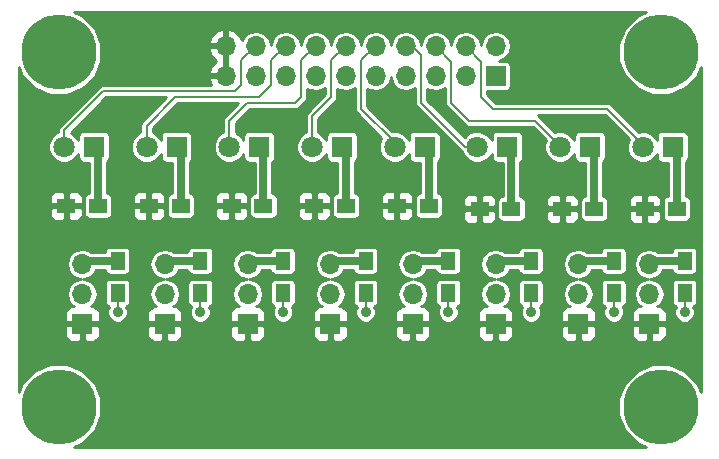
<source format=gbr>
G04 #@! TF.FileFunction,Copper,L2,Bot,Signal*
%FSLAX46Y46*%
G04 Gerber Fmt 4.6, Leading zero omitted, Abs format (unit mm)*
G04 Created by KiCad (PCBNEW (after 2015-mar-04 BZR unknown)-product) date 5/15/2017 1:40:31 PM*
%MOMM*%
G01*
G04 APERTURE LIST*
%ADD10C,0.150000*%
%ADD11R,1.300000X1.500000*%
%ADD12R,1.800000X1.800000*%
%ADD13C,1.800000*%
%ADD14C,6.350000*%
%ADD15R,1.500000X1.300000*%
%ADD16R,1.700000X1.700000*%
%ADD17O,1.700000X1.700000*%
%ADD18C,0.889000*%
%ADD19C,0.203200*%
%ADD20C,0.635000*%
%ADD21C,0.254000*%
G04 APERTURE END LIST*
D10*
D11*
X67000000Y-31650000D03*
X67000000Y-34350000D03*
X61000000Y-31650000D03*
X61000000Y-34350000D03*
X54000000Y-31650000D03*
X54000000Y-34350000D03*
X47000000Y-31650000D03*
X47000000Y-34350000D03*
X40000000Y-31650000D03*
X40000000Y-34350000D03*
X33000000Y-31650000D03*
X33000000Y-34350000D03*
X26000000Y-31650000D03*
X26000000Y-34350000D03*
X19000000Y-31650000D03*
X19000000Y-34350000D03*
D12*
X66000000Y-22000000D03*
D13*
X63460000Y-22000000D03*
D12*
X59000000Y-22000000D03*
D13*
X56460000Y-22000000D03*
D12*
X52000000Y-22000000D03*
D13*
X49460000Y-22000000D03*
D12*
X45000000Y-22000000D03*
D13*
X42460000Y-22000000D03*
D12*
X38000000Y-22000000D03*
D13*
X35460000Y-22000000D03*
D12*
X31000000Y-22000000D03*
D13*
X28460000Y-22000000D03*
D12*
X24000000Y-22000000D03*
D13*
X21460000Y-22000000D03*
D12*
X17000000Y-22000000D03*
D13*
X14460000Y-22000000D03*
D14*
X65000000Y-44000000D03*
D15*
X63650000Y-27250000D03*
X66350000Y-27250000D03*
X56650000Y-27250000D03*
X59350000Y-27250000D03*
X49650000Y-27250000D03*
X52350000Y-27250000D03*
X42650000Y-27000000D03*
X45350000Y-27000000D03*
X35650000Y-27000000D03*
X38350000Y-27000000D03*
X28650000Y-27000000D03*
X31350000Y-27000000D03*
X21650000Y-27000000D03*
X24350000Y-27000000D03*
X14650000Y-27000000D03*
X17350000Y-27000000D03*
D16*
X51000000Y-16000000D03*
D17*
X51000000Y-13460000D03*
X48460000Y-16000000D03*
X48460000Y-13460000D03*
X45920000Y-16000000D03*
X45920000Y-13460000D03*
X43380000Y-16000000D03*
X43380000Y-13460000D03*
X40840000Y-16000000D03*
X40840000Y-13460000D03*
X38300000Y-16000000D03*
X38300000Y-13460000D03*
X35760000Y-16000000D03*
X35760000Y-13460000D03*
X33220000Y-16000000D03*
X33220000Y-13460000D03*
X30680000Y-16000000D03*
X30680000Y-13460000D03*
X28140000Y-16000000D03*
X28140000Y-13460000D03*
D14*
X65000000Y-14000000D03*
X14000000Y-14000000D03*
X14000000Y-44000000D03*
D16*
X64000000Y-37000000D03*
D17*
X64000000Y-34460000D03*
X64000000Y-31920000D03*
D16*
X58000000Y-37000000D03*
D17*
X58000000Y-34460000D03*
X58000000Y-31920000D03*
D16*
X51000000Y-37000000D03*
D17*
X51000000Y-34460000D03*
X51000000Y-31920000D03*
D16*
X44000000Y-37000000D03*
D17*
X44000000Y-34460000D03*
X44000000Y-31920000D03*
D16*
X37000000Y-37000000D03*
D17*
X37000000Y-34460000D03*
X37000000Y-31920000D03*
D16*
X30000000Y-37000000D03*
D17*
X30000000Y-34460000D03*
X30000000Y-31920000D03*
D16*
X23000000Y-37000000D03*
D17*
X23000000Y-34460000D03*
X23000000Y-31920000D03*
D16*
X16000000Y-37000000D03*
D17*
X16000000Y-34460000D03*
X16000000Y-31920000D03*
D18*
X67000000Y-36000000D03*
X61000000Y-36000000D03*
X54000000Y-36000000D03*
X47000000Y-36000000D03*
X40000000Y-36000000D03*
X33000000Y-36000000D03*
X26000000Y-36000000D03*
X19000000Y-36000000D03*
D19*
X67000000Y-34350000D02*
X67000000Y-36000000D01*
X61000000Y-34350000D02*
X61000000Y-36000000D01*
X54000000Y-34350000D02*
X54000000Y-36000000D01*
X47000000Y-34350000D02*
X47000000Y-36000000D01*
X40000000Y-34350000D02*
X40000000Y-36000000D01*
X33000000Y-34350000D02*
X33000000Y-36000000D01*
X26000000Y-34350000D02*
X26000000Y-36000000D01*
X19000000Y-34350000D02*
X19000000Y-36000000D01*
D20*
X64270000Y-31650000D02*
X64000000Y-31920000D01*
X67000000Y-31650000D02*
X64270000Y-31650000D01*
X58270000Y-31650000D02*
X58000000Y-31920000D01*
X61000000Y-31650000D02*
X58270000Y-31650000D01*
X51270000Y-31650000D02*
X51000000Y-31920000D01*
X54000000Y-31650000D02*
X51270000Y-31650000D01*
X44270000Y-31650000D02*
X44000000Y-31920000D01*
X47000000Y-31650000D02*
X44270000Y-31650000D01*
X37270000Y-31650000D02*
X37000000Y-31920000D01*
X40000000Y-31650000D02*
X37270000Y-31650000D01*
X30270000Y-31650000D02*
X30000000Y-31920000D01*
X33000000Y-31650000D02*
X30270000Y-31650000D01*
X23270000Y-31650000D02*
X23000000Y-31920000D01*
X26000000Y-31650000D02*
X23270000Y-31650000D01*
X16270000Y-31650000D02*
X16000000Y-31920000D01*
X19000000Y-31650000D02*
X16270000Y-31650000D01*
X66350000Y-22350000D02*
X66000000Y-22000000D01*
X66350000Y-27250000D02*
X66350000Y-22350000D01*
X59350000Y-22350000D02*
X59000000Y-22000000D01*
X59350000Y-27250000D02*
X59350000Y-22350000D01*
X52350000Y-22350000D02*
X52000000Y-22000000D01*
X52350000Y-27250000D02*
X52350000Y-22350000D01*
X45350000Y-22350000D02*
X45000000Y-22000000D01*
X45350000Y-27000000D02*
X45350000Y-22350000D01*
X38350000Y-22350000D02*
X38000000Y-22000000D01*
X38350000Y-27000000D02*
X38350000Y-22350000D01*
X31350000Y-22350000D02*
X31000000Y-22000000D01*
X31350000Y-27000000D02*
X31350000Y-22350000D01*
D21*
X24350000Y-22350000D02*
X24000000Y-22000000D01*
D20*
X24350000Y-22350000D02*
X24000000Y-22000000D01*
X24350000Y-27000000D02*
X24350000Y-22350000D01*
D21*
X17350000Y-22350000D02*
X17000000Y-22000000D01*
D20*
X17350000Y-22350000D02*
X17000000Y-22000000D01*
X17350000Y-27000000D02*
X17350000Y-22350000D01*
D19*
X49784000Y-14784000D02*
X48460000Y-13460000D01*
X49784000Y-17780000D02*
X49784000Y-14784000D01*
X50800000Y-18796000D02*
X49784000Y-17780000D01*
X60452000Y-18796000D02*
X50800000Y-18796000D01*
X63460000Y-21804000D02*
X60452000Y-18796000D01*
X63460000Y-22000000D02*
X63460000Y-21804000D01*
X47244000Y-14784000D02*
X45920000Y-13460000D01*
X47244000Y-15240000D02*
X47244000Y-14784000D01*
X56460000Y-21916000D02*
X54356000Y-19812000D01*
X56460000Y-22000000D02*
X56460000Y-21916000D01*
X47244000Y-18288000D02*
X48768000Y-19812000D01*
X48768000Y-19812000D02*
X54356000Y-19812000D01*
X47244000Y-15240000D02*
X47244000Y-18288000D01*
X43940000Y-13460000D02*
X43380000Y-13460000D01*
X48416000Y-22000000D02*
X44704000Y-18288000D01*
X44704000Y-18288000D02*
X44704000Y-17272000D01*
X44704000Y-17272000D02*
X44704000Y-14224000D01*
X44704000Y-14224000D02*
X43940000Y-13460000D01*
X49460000Y-22000000D02*
X48416000Y-22000000D01*
X39624000Y-14676000D02*
X40840000Y-13460000D01*
X39624000Y-18796000D02*
X39624000Y-14676000D01*
X42460000Y-21632000D02*
X39624000Y-18796000D01*
X42460000Y-22000000D02*
X42460000Y-21632000D01*
X35460000Y-19404000D02*
X37084000Y-17780000D01*
X37084000Y-17780000D02*
X37084000Y-14676000D01*
X37084000Y-14676000D02*
X38300000Y-13460000D01*
X35460000Y-22000000D02*
X35460000Y-19404000D01*
X28460000Y-22000000D02*
X28460000Y-21102000D01*
X28460000Y-19800000D02*
X29972000Y-18288000D01*
X29972000Y-18288000D02*
X34036000Y-18288000D01*
X34036000Y-18288000D02*
X34544000Y-17780000D01*
X34544000Y-17780000D02*
X34544000Y-14676000D01*
X34544000Y-14676000D02*
X35760000Y-13460000D01*
X28460000Y-22000000D02*
X28460000Y-19800000D01*
X21460000Y-22000000D02*
X21460000Y-21736000D01*
X21460000Y-20196000D02*
X23876000Y-17780000D01*
X23876000Y-17780000D02*
X30988000Y-17780000D01*
X30988000Y-17780000D02*
X32004000Y-16764000D01*
X32004000Y-16764000D02*
X32004000Y-14676000D01*
X32004000Y-14676000D02*
X33220000Y-13460000D01*
X21460000Y-22000000D02*
X21460000Y-20196000D01*
X14460000Y-20592000D02*
X17780000Y-17272000D01*
X17780000Y-17272000D02*
X28956000Y-17272000D01*
X28956000Y-17272000D02*
X29464000Y-16764000D01*
X29464000Y-16764000D02*
X29464000Y-14676000D01*
X29464000Y-14676000D02*
X30680000Y-13460000D01*
X14460000Y-22000000D02*
X14460000Y-20592000D01*
D21*
G36*
X68377700Y-42729735D02*
X68090259Y-42034074D01*
X68090259Y-35100000D01*
X68090259Y-33600000D01*
X68090259Y-32400000D01*
X68090259Y-30900000D01*
X68058315Y-30735356D01*
X67963258Y-30590649D01*
X67819755Y-30493784D01*
X67650000Y-30459741D01*
X67540259Y-30459741D01*
X67540259Y-27900000D01*
X67540259Y-26600000D01*
X67508315Y-26435356D01*
X67413258Y-26290649D01*
X67269755Y-26193784D01*
X67100000Y-26159741D01*
X67099300Y-26159741D01*
X67099300Y-23285549D01*
X67209351Y-23213258D01*
X67306216Y-23069755D01*
X67340259Y-22900000D01*
X67340259Y-21100000D01*
X67308315Y-20935356D01*
X67213258Y-20790649D01*
X67069755Y-20693784D01*
X66900000Y-20659741D01*
X65100000Y-20659741D01*
X64935356Y-20691685D01*
X64790649Y-20786742D01*
X64693784Y-20930245D01*
X64659741Y-21100000D01*
X64659741Y-21416083D01*
X64589704Y-21246581D01*
X64215389Y-20871613D01*
X63726074Y-20668431D01*
X63196251Y-20667969D01*
X63112793Y-20702452D01*
X60829171Y-18418829D01*
X60656123Y-18303203D01*
X60452000Y-18262600D01*
X51020942Y-18262600D01*
X50317400Y-17559058D01*
X50317400Y-17290259D01*
X51850000Y-17290259D01*
X52014644Y-17258315D01*
X52159351Y-17163258D01*
X52256216Y-17019755D01*
X52290259Y-16850000D01*
X52290259Y-15150000D01*
X52258315Y-14985356D01*
X52163258Y-14840649D01*
X52019755Y-14743784D01*
X51850000Y-14709741D01*
X51287418Y-14709741D01*
X51490524Y-14669341D01*
X51906369Y-14391481D01*
X52184229Y-13975636D01*
X52281800Y-13485112D01*
X52281800Y-13434888D01*
X52184229Y-12944364D01*
X51906369Y-12528519D01*
X51490524Y-12250659D01*
X51000000Y-12153088D01*
X50509476Y-12250659D01*
X50093631Y-12528519D01*
X49815771Y-12944364D01*
X49730000Y-13375565D01*
X49644229Y-12944364D01*
X49366369Y-12528519D01*
X48950524Y-12250659D01*
X48460000Y-12153088D01*
X47969476Y-12250659D01*
X47553631Y-12528519D01*
X47275771Y-12944364D01*
X47190000Y-13375565D01*
X47104229Y-12944364D01*
X46826369Y-12528519D01*
X46410524Y-12250659D01*
X45920000Y-12153088D01*
X45429476Y-12250659D01*
X45013631Y-12528519D01*
X44735771Y-12944364D01*
X44650000Y-13375565D01*
X44564229Y-12944364D01*
X44286369Y-12528519D01*
X43870524Y-12250659D01*
X43380000Y-12153088D01*
X42889476Y-12250659D01*
X42473631Y-12528519D01*
X42195771Y-12944364D01*
X42110000Y-13375565D01*
X42024229Y-12944364D01*
X41746369Y-12528519D01*
X41330524Y-12250659D01*
X40840000Y-12153088D01*
X40349476Y-12250659D01*
X39933631Y-12528519D01*
X39655771Y-12944364D01*
X39570000Y-13375565D01*
X39484229Y-12944364D01*
X39206369Y-12528519D01*
X38790524Y-12250659D01*
X38300000Y-12153088D01*
X37809476Y-12250659D01*
X37393631Y-12528519D01*
X37115771Y-12944364D01*
X37030000Y-13375565D01*
X36944229Y-12944364D01*
X36666369Y-12528519D01*
X36250524Y-12250659D01*
X35760000Y-12153088D01*
X35269476Y-12250659D01*
X34853631Y-12528519D01*
X34575771Y-12944364D01*
X34490000Y-13375565D01*
X34404229Y-12944364D01*
X34126369Y-12528519D01*
X33710524Y-12250659D01*
X33220000Y-12153088D01*
X32729476Y-12250659D01*
X32313631Y-12528519D01*
X32035771Y-12944364D01*
X31950000Y-13375565D01*
X31864229Y-12944364D01*
X31586369Y-12528519D01*
X31170524Y-12250659D01*
X30680000Y-12153088D01*
X30189476Y-12250659D01*
X29773631Y-12528519D01*
X29502327Y-12934551D01*
X29335183Y-12578642D01*
X28906924Y-12188355D01*
X28496890Y-12018524D01*
X28267000Y-12139845D01*
X28267000Y-13333000D01*
X28287000Y-13333000D01*
X28287000Y-13587000D01*
X28267000Y-13587000D01*
X28267000Y-14679845D01*
X28267000Y-14780155D01*
X28267000Y-15873000D01*
X28287000Y-15873000D01*
X28287000Y-16127000D01*
X28267000Y-16127000D01*
X28267000Y-16147000D01*
X28013000Y-16147000D01*
X28013000Y-16127000D01*
X28013000Y-15873000D01*
X28013000Y-14780155D01*
X28013000Y-14679845D01*
X28013000Y-13587000D01*
X28013000Y-13333000D01*
X28013000Y-12139845D01*
X27783110Y-12018524D01*
X27373076Y-12188355D01*
X26944817Y-12578642D01*
X26698514Y-13103108D01*
X26819181Y-13333000D01*
X28013000Y-13333000D01*
X28013000Y-13587000D01*
X26819181Y-13587000D01*
X26698514Y-13816892D01*
X26944817Y-14341358D01*
X27371270Y-14730000D01*
X26944817Y-15118642D01*
X26698514Y-15643108D01*
X26819181Y-15873000D01*
X28013000Y-15873000D01*
X28013000Y-16127000D01*
X26819181Y-16127000D01*
X26698514Y-16356892D01*
X26877774Y-16738600D01*
X17780000Y-16738600D01*
X17575877Y-16779203D01*
X17402829Y-16894829D01*
X14082829Y-20214829D01*
X13967203Y-20387877D01*
X13926600Y-20592000D01*
X13926600Y-20779386D01*
X13706581Y-20870296D01*
X13331613Y-21244611D01*
X13128431Y-21733926D01*
X13127969Y-22263749D01*
X13330296Y-22753419D01*
X13704611Y-23128387D01*
X14193926Y-23331569D01*
X14723749Y-23332031D01*
X15213419Y-23129704D01*
X15588387Y-22755389D01*
X15659741Y-22583550D01*
X15659741Y-22900000D01*
X15691685Y-23064644D01*
X15786742Y-23209351D01*
X15930245Y-23306216D01*
X16100000Y-23340259D01*
X16600700Y-23340259D01*
X16600700Y-25909741D01*
X16600000Y-25909741D01*
X16435356Y-25941685D01*
X16290649Y-26036742D01*
X16193784Y-26180245D01*
X16159741Y-26350000D01*
X16159741Y-27650000D01*
X16191685Y-27814644D01*
X16286742Y-27959351D01*
X16430245Y-28056216D01*
X16600000Y-28090259D01*
X18100000Y-28090259D01*
X18264644Y-28058315D01*
X18409351Y-27963258D01*
X18506216Y-27819755D01*
X18540259Y-27650000D01*
X18540259Y-26350000D01*
X18508315Y-26185356D01*
X18413258Y-26040649D01*
X18269755Y-25943784D01*
X18100000Y-25909741D01*
X18099300Y-25909741D01*
X18099300Y-23285549D01*
X18209351Y-23213258D01*
X18306216Y-23069755D01*
X18340259Y-22900000D01*
X18340259Y-21100000D01*
X18308315Y-20935356D01*
X18213258Y-20790649D01*
X18069755Y-20693784D01*
X17900000Y-20659741D01*
X16100000Y-20659741D01*
X15935356Y-20691685D01*
X15790649Y-20786742D01*
X15693784Y-20930245D01*
X15659741Y-21100000D01*
X15659741Y-21416083D01*
X15589704Y-21246581D01*
X15215389Y-20871613D01*
X15017076Y-20789265D01*
X18000942Y-17805400D01*
X23096258Y-17805400D01*
X21082829Y-19818829D01*
X20967203Y-19991877D01*
X20926600Y-20196000D01*
X20926600Y-20779386D01*
X20706581Y-20870296D01*
X20331613Y-21244611D01*
X20128431Y-21733926D01*
X20127969Y-22263749D01*
X20330296Y-22753419D01*
X20704611Y-23128387D01*
X21193926Y-23331569D01*
X21723749Y-23332031D01*
X22213419Y-23129704D01*
X22588387Y-22755389D01*
X22659741Y-22583550D01*
X22659741Y-22900000D01*
X22691685Y-23064644D01*
X22786742Y-23209351D01*
X22930245Y-23306216D01*
X23100000Y-23340259D01*
X23600700Y-23340259D01*
X23600700Y-25909741D01*
X23600000Y-25909741D01*
X23435356Y-25941685D01*
X23290649Y-26036742D01*
X23193784Y-26180245D01*
X23159741Y-26350000D01*
X23159741Y-27650000D01*
X23191685Y-27814644D01*
X23286742Y-27959351D01*
X23430245Y-28056216D01*
X23600000Y-28090259D01*
X25100000Y-28090259D01*
X25264644Y-28058315D01*
X25409351Y-27963258D01*
X25506216Y-27819755D01*
X25540259Y-27650000D01*
X25540259Y-26350000D01*
X25508315Y-26185356D01*
X25413258Y-26040649D01*
X25269755Y-25943784D01*
X25100000Y-25909741D01*
X25099300Y-25909741D01*
X25099300Y-23285549D01*
X25209351Y-23213258D01*
X25306216Y-23069755D01*
X25340259Y-22900000D01*
X25340259Y-21100000D01*
X25308315Y-20935356D01*
X25213258Y-20790649D01*
X25069755Y-20693784D01*
X24900000Y-20659741D01*
X23100000Y-20659741D01*
X22935356Y-20691685D01*
X22790649Y-20786742D01*
X22693784Y-20930245D01*
X22659741Y-21100000D01*
X22659741Y-21416083D01*
X22589704Y-21246581D01*
X22215389Y-20871613D01*
X21993400Y-20779434D01*
X21993400Y-20416942D01*
X24096942Y-18313400D01*
X29192258Y-18313400D01*
X28082829Y-19422829D01*
X27967203Y-19595877D01*
X27926600Y-19800000D01*
X27926600Y-20779386D01*
X27706581Y-20870296D01*
X27331613Y-21244611D01*
X27128431Y-21733926D01*
X27127969Y-22263749D01*
X27330296Y-22753419D01*
X27704611Y-23128387D01*
X28193926Y-23331569D01*
X28723749Y-23332031D01*
X29213419Y-23129704D01*
X29588387Y-22755389D01*
X29659741Y-22583550D01*
X29659741Y-22900000D01*
X29691685Y-23064644D01*
X29786742Y-23209351D01*
X29930245Y-23306216D01*
X30100000Y-23340259D01*
X30600700Y-23340259D01*
X30600700Y-25909741D01*
X30600000Y-25909741D01*
X30435356Y-25941685D01*
X30290649Y-26036742D01*
X30193784Y-26180245D01*
X30159741Y-26350000D01*
X30159741Y-27650000D01*
X30191685Y-27814644D01*
X30286742Y-27959351D01*
X30430245Y-28056216D01*
X30600000Y-28090259D01*
X32100000Y-28090259D01*
X32264644Y-28058315D01*
X32409351Y-27963258D01*
X32506216Y-27819755D01*
X32540259Y-27650000D01*
X32540259Y-26350000D01*
X32508315Y-26185356D01*
X32413258Y-26040649D01*
X32269755Y-25943784D01*
X32100000Y-25909741D01*
X32099300Y-25909741D01*
X32099300Y-23285549D01*
X32209351Y-23213258D01*
X32306216Y-23069755D01*
X32340259Y-22900000D01*
X32340259Y-21100000D01*
X32308315Y-20935356D01*
X32213258Y-20790649D01*
X32069755Y-20693784D01*
X31900000Y-20659741D01*
X30100000Y-20659741D01*
X29935356Y-20691685D01*
X29790649Y-20786742D01*
X29693784Y-20930245D01*
X29659741Y-21100000D01*
X29659741Y-21416083D01*
X29589704Y-21246581D01*
X29215389Y-20871613D01*
X28993400Y-20779434D01*
X28993400Y-20020942D01*
X30192942Y-18821400D01*
X34036000Y-18821400D01*
X34240123Y-18780797D01*
X34413171Y-18665171D01*
X34921167Y-18157173D01*
X34921170Y-18157171D01*
X34921171Y-18157171D01*
X34990483Y-18053436D01*
X35036797Y-17984124D01*
X35036797Y-17984123D01*
X35077400Y-17780000D01*
X35077400Y-17080999D01*
X35269476Y-17209341D01*
X35760000Y-17306912D01*
X36250524Y-17209341D01*
X36550600Y-17008835D01*
X36550600Y-17559058D01*
X35082829Y-19026829D01*
X34967203Y-19199877D01*
X34926600Y-19404000D01*
X34926600Y-20779386D01*
X34706581Y-20870296D01*
X34331613Y-21244611D01*
X34128431Y-21733926D01*
X34127969Y-22263749D01*
X34330296Y-22753419D01*
X34704611Y-23128387D01*
X35193926Y-23331569D01*
X35723749Y-23332031D01*
X36213419Y-23129704D01*
X36588387Y-22755389D01*
X36659741Y-22583550D01*
X36659741Y-22900000D01*
X36691685Y-23064644D01*
X36786742Y-23209351D01*
X36930245Y-23306216D01*
X37100000Y-23340259D01*
X37600700Y-23340259D01*
X37600700Y-25909741D01*
X37600000Y-25909741D01*
X37435356Y-25941685D01*
X37290649Y-26036742D01*
X37193784Y-26180245D01*
X37159741Y-26350000D01*
X37159741Y-27650000D01*
X37191685Y-27814644D01*
X37286742Y-27959351D01*
X37430245Y-28056216D01*
X37600000Y-28090259D01*
X39100000Y-28090259D01*
X39264644Y-28058315D01*
X39409351Y-27963258D01*
X39506216Y-27819755D01*
X39540259Y-27650000D01*
X39540259Y-26350000D01*
X39508315Y-26185356D01*
X39413258Y-26040649D01*
X39269755Y-25943784D01*
X39100000Y-25909741D01*
X39099300Y-25909741D01*
X39099300Y-23285549D01*
X39209351Y-23213258D01*
X39306216Y-23069755D01*
X39340259Y-22900000D01*
X39340259Y-21100000D01*
X39308315Y-20935356D01*
X39213258Y-20790649D01*
X39069755Y-20693784D01*
X38900000Y-20659741D01*
X37100000Y-20659741D01*
X36935356Y-20691685D01*
X36790649Y-20786742D01*
X36693784Y-20930245D01*
X36659741Y-21100000D01*
X36659741Y-21416083D01*
X36589704Y-21246581D01*
X36215389Y-20871613D01*
X35993400Y-20779434D01*
X35993400Y-19624942D01*
X37461171Y-18157171D01*
X37576797Y-17984123D01*
X37617400Y-17780000D01*
X37617400Y-17080999D01*
X37809476Y-17209341D01*
X38300000Y-17306912D01*
X38790524Y-17209341D01*
X39090600Y-17008835D01*
X39090600Y-18796000D01*
X39131203Y-19000123D01*
X39246829Y-19173171D01*
X41327697Y-21254039D01*
X41128431Y-21733926D01*
X41127969Y-22263749D01*
X41330296Y-22753419D01*
X41704611Y-23128387D01*
X42193926Y-23331569D01*
X42723749Y-23332031D01*
X43213419Y-23129704D01*
X43588387Y-22755389D01*
X43659741Y-22583550D01*
X43659741Y-22900000D01*
X43691685Y-23064644D01*
X43786742Y-23209351D01*
X43930245Y-23306216D01*
X44100000Y-23340259D01*
X44600700Y-23340259D01*
X44600700Y-25909741D01*
X44600000Y-25909741D01*
X44435356Y-25941685D01*
X44290649Y-26036742D01*
X44193784Y-26180245D01*
X44159741Y-26350000D01*
X44159741Y-27650000D01*
X44191685Y-27814644D01*
X44286742Y-27959351D01*
X44430245Y-28056216D01*
X44600000Y-28090259D01*
X46100000Y-28090259D01*
X46264644Y-28058315D01*
X46409351Y-27963258D01*
X46506216Y-27819755D01*
X46540259Y-27650000D01*
X46540259Y-26350000D01*
X46508315Y-26185356D01*
X46413258Y-26040649D01*
X46269755Y-25943784D01*
X46100000Y-25909741D01*
X46099300Y-25909741D01*
X46099300Y-23285549D01*
X46209351Y-23213258D01*
X46306216Y-23069755D01*
X46340259Y-22900000D01*
X46340259Y-21100000D01*
X46308315Y-20935356D01*
X46213258Y-20790649D01*
X46069755Y-20693784D01*
X45900000Y-20659741D01*
X44100000Y-20659741D01*
X43935356Y-20691685D01*
X43790649Y-20786742D01*
X43693784Y-20930245D01*
X43659741Y-21100000D01*
X43659741Y-21416083D01*
X43589704Y-21246581D01*
X43215389Y-20871613D01*
X42726074Y-20668431D01*
X42250358Y-20668016D01*
X40157400Y-18575058D01*
X40157400Y-17080999D01*
X40349476Y-17209341D01*
X40840000Y-17306912D01*
X41330524Y-17209341D01*
X41746369Y-16931481D01*
X42024229Y-16515636D01*
X42110000Y-16084434D01*
X42195771Y-16515636D01*
X42473631Y-16931481D01*
X42889476Y-17209341D01*
X43380000Y-17306912D01*
X43870524Y-17209341D01*
X44170600Y-17008835D01*
X44170600Y-17272000D01*
X44170600Y-18288000D01*
X44211203Y-18492123D01*
X44326829Y-18665171D01*
X48038829Y-22377171D01*
X48211877Y-22492797D01*
X48223570Y-22495123D01*
X48330296Y-22753419D01*
X48704611Y-23128387D01*
X49193926Y-23331569D01*
X49723749Y-23332031D01*
X50213419Y-23129704D01*
X50588387Y-22755389D01*
X50659741Y-22583550D01*
X50659741Y-22900000D01*
X50691685Y-23064644D01*
X50786742Y-23209351D01*
X50930245Y-23306216D01*
X51100000Y-23340259D01*
X51600700Y-23340259D01*
X51600700Y-26159741D01*
X51600000Y-26159741D01*
X51435356Y-26191685D01*
X51290649Y-26286742D01*
X51193784Y-26430245D01*
X51159741Y-26600000D01*
X51159741Y-27900000D01*
X51191685Y-28064644D01*
X51286742Y-28209351D01*
X51430245Y-28306216D01*
X51600000Y-28340259D01*
X53100000Y-28340259D01*
X53264644Y-28308315D01*
X53409351Y-28213258D01*
X53506216Y-28069755D01*
X53540259Y-27900000D01*
X53540259Y-26600000D01*
X53508315Y-26435356D01*
X53413258Y-26290649D01*
X53269755Y-26193784D01*
X53100000Y-26159741D01*
X53099300Y-26159741D01*
X53099300Y-23285549D01*
X53209351Y-23213258D01*
X53306216Y-23069755D01*
X53340259Y-22900000D01*
X53340259Y-21100000D01*
X53308315Y-20935356D01*
X53213258Y-20790649D01*
X53069755Y-20693784D01*
X52900000Y-20659741D01*
X51100000Y-20659741D01*
X50935356Y-20691685D01*
X50790649Y-20786742D01*
X50693784Y-20930245D01*
X50659741Y-21100000D01*
X50659741Y-21416083D01*
X50589704Y-21246581D01*
X50215389Y-20871613D01*
X49726074Y-20668431D01*
X49196251Y-20667969D01*
X48706581Y-20870296D01*
X48373319Y-21202977D01*
X45237400Y-18067058D01*
X45237400Y-17272000D01*
X45237400Y-17080999D01*
X45429476Y-17209341D01*
X45920000Y-17306912D01*
X46410524Y-17209341D01*
X46710600Y-17008835D01*
X46710600Y-18288000D01*
X46751203Y-18492123D01*
X46866829Y-18665171D01*
X48390826Y-20189167D01*
X48390829Y-20189171D01*
X48494563Y-20258483D01*
X48563876Y-20304797D01*
X48563877Y-20304797D01*
X48768000Y-20345400D01*
X54135058Y-20345400D01*
X55244370Y-21454712D01*
X55128431Y-21733926D01*
X55127969Y-22263749D01*
X55330296Y-22753419D01*
X55704611Y-23128387D01*
X56193926Y-23331569D01*
X56723749Y-23332031D01*
X57213419Y-23129704D01*
X57588387Y-22755389D01*
X57659741Y-22583550D01*
X57659741Y-22900000D01*
X57691685Y-23064644D01*
X57786742Y-23209351D01*
X57930245Y-23306216D01*
X58100000Y-23340259D01*
X58600700Y-23340259D01*
X58600700Y-26159741D01*
X58600000Y-26159741D01*
X58435356Y-26191685D01*
X58290649Y-26286742D01*
X58193784Y-26430245D01*
X58159741Y-26600000D01*
X58159741Y-27900000D01*
X58191685Y-28064644D01*
X58286742Y-28209351D01*
X58430245Y-28306216D01*
X58600000Y-28340259D01*
X60100000Y-28340259D01*
X60264644Y-28308315D01*
X60409351Y-28213258D01*
X60506216Y-28069755D01*
X60540259Y-27900000D01*
X60540259Y-26600000D01*
X60508315Y-26435356D01*
X60413258Y-26290649D01*
X60269755Y-26193784D01*
X60100000Y-26159741D01*
X60099300Y-26159741D01*
X60099300Y-23285549D01*
X60209351Y-23213258D01*
X60306216Y-23069755D01*
X60340259Y-22900000D01*
X60340259Y-21100000D01*
X60308315Y-20935356D01*
X60213258Y-20790649D01*
X60069755Y-20693784D01*
X59900000Y-20659741D01*
X58100000Y-20659741D01*
X57935356Y-20691685D01*
X57790649Y-20786742D01*
X57693784Y-20930245D01*
X57659741Y-21100000D01*
X57659741Y-21416083D01*
X57589704Y-21246581D01*
X57215389Y-20871613D01*
X56726074Y-20668431D01*
X56196251Y-20667969D01*
X56033541Y-20735199D01*
X54733171Y-19434829D01*
X54575384Y-19329400D01*
X60231058Y-19329400D01*
X62277232Y-21375573D01*
X62128431Y-21733926D01*
X62127969Y-22263749D01*
X62330296Y-22753419D01*
X62704611Y-23128387D01*
X63193926Y-23331569D01*
X63723749Y-23332031D01*
X64213419Y-23129704D01*
X64588387Y-22755389D01*
X64659741Y-22583550D01*
X64659741Y-22900000D01*
X64691685Y-23064644D01*
X64786742Y-23209351D01*
X64930245Y-23306216D01*
X65100000Y-23340259D01*
X65600700Y-23340259D01*
X65600700Y-26159741D01*
X65600000Y-26159741D01*
X65435356Y-26191685D01*
X65290649Y-26286742D01*
X65193784Y-26430245D01*
X65159741Y-26600000D01*
X65159741Y-27900000D01*
X65191685Y-28064644D01*
X65286742Y-28209351D01*
X65430245Y-28306216D01*
X65600000Y-28340259D01*
X67100000Y-28340259D01*
X67264644Y-28308315D01*
X67409351Y-28213258D01*
X67506216Y-28069755D01*
X67540259Y-27900000D01*
X67540259Y-30459741D01*
X66350000Y-30459741D01*
X66185356Y-30491685D01*
X66040649Y-30586742D01*
X65943784Y-30730245D01*
X65909741Y-30900000D01*
X65909741Y-30900700D01*
X65035000Y-30900700D01*
X65035000Y-28026310D01*
X65035000Y-27773691D01*
X65035000Y-27535750D01*
X65035000Y-26964250D01*
X65035000Y-26726309D01*
X65035000Y-26473690D01*
X64938327Y-26240301D01*
X64759698Y-26061673D01*
X64526309Y-25965000D01*
X63935750Y-25965000D01*
X63777000Y-26123750D01*
X63777000Y-27123000D01*
X64876250Y-27123000D01*
X65035000Y-26964250D01*
X65035000Y-27535750D01*
X64876250Y-27377000D01*
X63777000Y-27377000D01*
X63777000Y-28376250D01*
X63935750Y-28535000D01*
X64526309Y-28535000D01*
X64759698Y-28438327D01*
X64938327Y-28259699D01*
X65035000Y-28026310D01*
X65035000Y-30900700D01*
X64762468Y-30900700D01*
X64515636Y-30735771D01*
X64025112Y-30638200D01*
X63974888Y-30638200D01*
X63523000Y-30728085D01*
X63523000Y-28376250D01*
X63523000Y-27377000D01*
X63523000Y-27123000D01*
X63523000Y-26123750D01*
X63364250Y-25965000D01*
X62773691Y-25965000D01*
X62540302Y-26061673D01*
X62361673Y-26240301D01*
X62265000Y-26473690D01*
X62265000Y-26726309D01*
X62265000Y-26964250D01*
X62423750Y-27123000D01*
X63523000Y-27123000D01*
X63523000Y-27377000D01*
X62423750Y-27377000D01*
X62265000Y-27535750D01*
X62265000Y-27773691D01*
X62265000Y-28026310D01*
X62361673Y-28259699D01*
X62540302Y-28438327D01*
X62773691Y-28535000D01*
X63364250Y-28535000D01*
X63523000Y-28376250D01*
X63523000Y-30728085D01*
X63484364Y-30735771D01*
X63068519Y-31013631D01*
X62790659Y-31429476D01*
X62693088Y-31920000D01*
X62790659Y-32410524D01*
X63068519Y-32826369D01*
X63484364Y-33104229D01*
X63915565Y-33190000D01*
X63484364Y-33275771D01*
X63068519Y-33553631D01*
X62790659Y-33969476D01*
X62693088Y-34460000D01*
X62790659Y-34950524D01*
X63068519Y-35366369D01*
X63290960Y-35515000D01*
X63023691Y-35515000D01*
X62790302Y-35611673D01*
X62611673Y-35790301D01*
X62515000Y-36023690D01*
X62515000Y-36276309D01*
X62515000Y-36714250D01*
X62673750Y-36873000D01*
X63873000Y-36873000D01*
X63873000Y-36853000D01*
X64127000Y-36853000D01*
X64127000Y-36873000D01*
X65326250Y-36873000D01*
X65485000Y-36714250D01*
X65485000Y-36276309D01*
X65485000Y-36023690D01*
X65388327Y-35790301D01*
X65209698Y-35611673D01*
X64976309Y-35515000D01*
X64709039Y-35515000D01*
X64931481Y-35366369D01*
X65209341Y-34950524D01*
X65306912Y-34460000D01*
X65209341Y-33969476D01*
X64931481Y-33553631D01*
X64515636Y-33275771D01*
X64084434Y-33190000D01*
X64515636Y-33104229D01*
X64931481Y-32826369D01*
X65209341Y-32410524D01*
X65211573Y-32399300D01*
X65909741Y-32399300D01*
X65909741Y-32400000D01*
X65941685Y-32564644D01*
X66036742Y-32709351D01*
X66180245Y-32806216D01*
X66350000Y-32840259D01*
X67650000Y-32840259D01*
X67814644Y-32808315D01*
X67959351Y-32713258D01*
X68056216Y-32569755D01*
X68090259Y-32400000D01*
X68090259Y-33600000D01*
X68058315Y-33435356D01*
X67963258Y-33290649D01*
X67819755Y-33193784D01*
X67650000Y-33159741D01*
X66350000Y-33159741D01*
X66185356Y-33191685D01*
X66040649Y-33286742D01*
X65943784Y-33430245D01*
X65909741Y-33600000D01*
X65909741Y-35100000D01*
X65941685Y-35264644D01*
X66036742Y-35409351D01*
X66180245Y-35506216D01*
X66250355Y-35520276D01*
X66123852Y-35824928D01*
X66123548Y-36173542D01*
X66256676Y-36495736D01*
X66502968Y-36742458D01*
X66824928Y-36876148D01*
X67173542Y-36876452D01*
X67495736Y-36743324D01*
X67742458Y-36497032D01*
X67876148Y-36175072D01*
X67876452Y-35826458D01*
X67750166Y-35520824D01*
X67814644Y-35508315D01*
X67959351Y-35413258D01*
X68056216Y-35269755D01*
X68090259Y-35100000D01*
X68090259Y-42034074D01*
X68059479Y-41959581D01*
X67045755Y-40944087D01*
X65720584Y-40393828D01*
X65485000Y-40393622D01*
X65485000Y-37976310D01*
X65485000Y-37723691D01*
X65485000Y-37285750D01*
X65326250Y-37127000D01*
X64127000Y-37127000D01*
X64127000Y-38326250D01*
X64285750Y-38485000D01*
X64976309Y-38485000D01*
X65209698Y-38388327D01*
X65388327Y-38209699D01*
X65485000Y-37976310D01*
X65485000Y-40393622D01*
X64285711Y-40392576D01*
X63873000Y-40563104D01*
X63873000Y-38326250D01*
X63873000Y-37127000D01*
X62673750Y-37127000D01*
X62515000Y-37285750D01*
X62515000Y-37723691D01*
X62515000Y-37976310D01*
X62611673Y-38209699D01*
X62790302Y-38388327D01*
X63023691Y-38485000D01*
X63714250Y-38485000D01*
X63873000Y-38326250D01*
X63873000Y-40563104D01*
X62959581Y-40940521D01*
X62090259Y-41808327D01*
X62090259Y-35100000D01*
X62090259Y-33600000D01*
X62090259Y-32400000D01*
X62090259Y-30900000D01*
X62058315Y-30735356D01*
X61963258Y-30590649D01*
X61819755Y-30493784D01*
X61650000Y-30459741D01*
X60350000Y-30459741D01*
X60185356Y-30491685D01*
X60040649Y-30586742D01*
X59943784Y-30730245D01*
X59909741Y-30900000D01*
X59909741Y-30900700D01*
X58762468Y-30900700D01*
X58515636Y-30735771D01*
X58035000Y-30640166D01*
X58035000Y-28026310D01*
X58035000Y-27773691D01*
X58035000Y-27535750D01*
X58035000Y-26964250D01*
X58035000Y-26726309D01*
X58035000Y-26473690D01*
X57938327Y-26240301D01*
X57759698Y-26061673D01*
X57526309Y-25965000D01*
X56935750Y-25965000D01*
X56777000Y-26123750D01*
X56777000Y-27123000D01*
X57876250Y-27123000D01*
X58035000Y-26964250D01*
X58035000Y-27535750D01*
X57876250Y-27377000D01*
X56777000Y-27377000D01*
X56777000Y-28376250D01*
X56935750Y-28535000D01*
X57526309Y-28535000D01*
X57759698Y-28438327D01*
X57938327Y-28259699D01*
X58035000Y-28026310D01*
X58035000Y-30640166D01*
X58025112Y-30638200D01*
X57974888Y-30638200D01*
X57484364Y-30735771D01*
X57068519Y-31013631D01*
X56790659Y-31429476D01*
X56693088Y-31920000D01*
X56790659Y-32410524D01*
X57068519Y-32826369D01*
X57484364Y-33104229D01*
X57915565Y-33190000D01*
X57484364Y-33275771D01*
X57068519Y-33553631D01*
X56790659Y-33969476D01*
X56693088Y-34460000D01*
X56790659Y-34950524D01*
X57068519Y-35366369D01*
X57290960Y-35515000D01*
X57023691Y-35515000D01*
X56790302Y-35611673D01*
X56611673Y-35790301D01*
X56523000Y-36004376D01*
X56523000Y-28376250D01*
X56523000Y-27377000D01*
X56523000Y-27123000D01*
X56523000Y-26123750D01*
X56364250Y-25965000D01*
X55773691Y-25965000D01*
X55540302Y-26061673D01*
X55361673Y-26240301D01*
X55265000Y-26473690D01*
X55265000Y-26726309D01*
X55265000Y-26964250D01*
X55423750Y-27123000D01*
X56523000Y-27123000D01*
X56523000Y-27377000D01*
X55423750Y-27377000D01*
X55265000Y-27535750D01*
X55265000Y-27773691D01*
X55265000Y-28026310D01*
X55361673Y-28259699D01*
X55540302Y-28438327D01*
X55773691Y-28535000D01*
X56364250Y-28535000D01*
X56523000Y-28376250D01*
X56523000Y-36004376D01*
X56515000Y-36023690D01*
X56515000Y-36276309D01*
X56515000Y-36714250D01*
X56673750Y-36873000D01*
X57873000Y-36873000D01*
X57873000Y-36853000D01*
X58127000Y-36853000D01*
X58127000Y-36873000D01*
X59326250Y-36873000D01*
X59485000Y-36714250D01*
X59485000Y-36276309D01*
X59485000Y-36023690D01*
X59388327Y-35790301D01*
X59209698Y-35611673D01*
X58976309Y-35515000D01*
X58709039Y-35515000D01*
X58931481Y-35366369D01*
X59209341Y-34950524D01*
X59306912Y-34460000D01*
X59209341Y-33969476D01*
X58931481Y-33553631D01*
X58515636Y-33275771D01*
X58084434Y-33190000D01*
X58515636Y-33104229D01*
X58931481Y-32826369D01*
X59209341Y-32410524D01*
X59211573Y-32399300D01*
X59909741Y-32399300D01*
X59909741Y-32400000D01*
X59941685Y-32564644D01*
X60036742Y-32709351D01*
X60180245Y-32806216D01*
X60350000Y-32840259D01*
X61650000Y-32840259D01*
X61814644Y-32808315D01*
X61959351Y-32713258D01*
X62056216Y-32569755D01*
X62090259Y-32400000D01*
X62090259Y-33600000D01*
X62058315Y-33435356D01*
X61963258Y-33290649D01*
X61819755Y-33193784D01*
X61650000Y-33159741D01*
X60350000Y-33159741D01*
X60185356Y-33191685D01*
X60040649Y-33286742D01*
X59943784Y-33430245D01*
X59909741Y-33600000D01*
X59909741Y-35100000D01*
X59941685Y-35264644D01*
X60036742Y-35409351D01*
X60180245Y-35506216D01*
X60250355Y-35520276D01*
X60123852Y-35824928D01*
X60123548Y-36173542D01*
X60256676Y-36495736D01*
X60502968Y-36742458D01*
X60824928Y-36876148D01*
X61173542Y-36876452D01*
X61495736Y-36743324D01*
X61742458Y-36497032D01*
X61876148Y-36175072D01*
X61876452Y-35826458D01*
X61750166Y-35520824D01*
X61814644Y-35508315D01*
X61959351Y-35413258D01*
X62056216Y-35269755D01*
X62090259Y-35100000D01*
X62090259Y-41808327D01*
X61944087Y-41954245D01*
X61393828Y-43279416D01*
X61392576Y-44714289D01*
X61940521Y-46040419D01*
X62954245Y-47055913D01*
X63729194Y-47377700D01*
X59485000Y-47377700D01*
X59485000Y-37976310D01*
X59485000Y-37723691D01*
X59485000Y-37285750D01*
X59326250Y-37127000D01*
X58127000Y-37127000D01*
X58127000Y-38326250D01*
X58285750Y-38485000D01*
X58976309Y-38485000D01*
X59209698Y-38388327D01*
X59388327Y-38209699D01*
X59485000Y-37976310D01*
X59485000Y-47377700D01*
X57873000Y-47377700D01*
X57873000Y-38326250D01*
X57873000Y-37127000D01*
X56673750Y-37127000D01*
X56515000Y-37285750D01*
X56515000Y-37723691D01*
X56515000Y-37976310D01*
X56611673Y-38209699D01*
X56790302Y-38388327D01*
X57023691Y-38485000D01*
X57714250Y-38485000D01*
X57873000Y-38326250D01*
X57873000Y-47377700D01*
X55090259Y-47377700D01*
X55090259Y-35100000D01*
X55090259Y-33600000D01*
X55090259Y-32400000D01*
X55090259Y-30900000D01*
X55058315Y-30735356D01*
X54963258Y-30590649D01*
X54819755Y-30493784D01*
X54650000Y-30459741D01*
X53350000Y-30459741D01*
X53185356Y-30491685D01*
X53040649Y-30586742D01*
X52943784Y-30730245D01*
X52909741Y-30900000D01*
X52909741Y-30900700D01*
X51762468Y-30900700D01*
X51515636Y-30735771D01*
X51035000Y-30640166D01*
X51035000Y-28026310D01*
X51035000Y-27773691D01*
X51035000Y-27535750D01*
X51035000Y-26964250D01*
X51035000Y-26726309D01*
X51035000Y-26473690D01*
X50938327Y-26240301D01*
X50759698Y-26061673D01*
X50526309Y-25965000D01*
X49935750Y-25965000D01*
X49777000Y-26123750D01*
X49777000Y-27123000D01*
X50876250Y-27123000D01*
X51035000Y-26964250D01*
X51035000Y-27535750D01*
X50876250Y-27377000D01*
X49777000Y-27377000D01*
X49777000Y-28376250D01*
X49935750Y-28535000D01*
X50526309Y-28535000D01*
X50759698Y-28438327D01*
X50938327Y-28259699D01*
X51035000Y-28026310D01*
X51035000Y-30640166D01*
X51025112Y-30638200D01*
X50974888Y-30638200D01*
X50484364Y-30735771D01*
X50068519Y-31013631D01*
X49790659Y-31429476D01*
X49693088Y-31920000D01*
X49790659Y-32410524D01*
X50068519Y-32826369D01*
X50484364Y-33104229D01*
X50915565Y-33190000D01*
X50484364Y-33275771D01*
X50068519Y-33553631D01*
X49790659Y-33969476D01*
X49693088Y-34460000D01*
X49790659Y-34950524D01*
X50068519Y-35366369D01*
X50290960Y-35515000D01*
X50023691Y-35515000D01*
X49790302Y-35611673D01*
X49611673Y-35790301D01*
X49523000Y-36004376D01*
X49523000Y-28376250D01*
X49523000Y-27377000D01*
X49523000Y-27123000D01*
X49523000Y-26123750D01*
X49364250Y-25965000D01*
X48773691Y-25965000D01*
X48540302Y-26061673D01*
X48361673Y-26240301D01*
X48265000Y-26473690D01*
X48265000Y-26726309D01*
X48265000Y-26964250D01*
X48423750Y-27123000D01*
X49523000Y-27123000D01*
X49523000Y-27377000D01*
X48423750Y-27377000D01*
X48265000Y-27535750D01*
X48265000Y-27773691D01*
X48265000Y-28026310D01*
X48361673Y-28259699D01*
X48540302Y-28438327D01*
X48773691Y-28535000D01*
X49364250Y-28535000D01*
X49523000Y-28376250D01*
X49523000Y-36004376D01*
X49515000Y-36023690D01*
X49515000Y-36276309D01*
X49515000Y-36714250D01*
X49673750Y-36873000D01*
X50873000Y-36873000D01*
X50873000Y-36853000D01*
X51127000Y-36853000D01*
X51127000Y-36873000D01*
X52326250Y-36873000D01*
X52485000Y-36714250D01*
X52485000Y-36276309D01*
X52485000Y-36023690D01*
X52388327Y-35790301D01*
X52209698Y-35611673D01*
X51976309Y-35515000D01*
X51709039Y-35515000D01*
X51931481Y-35366369D01*
X52209341Y-34950524D01*
X52306912Y-34460000D01*
X52209341Y-33969476D01*
X51931481Y-33553631D01*
X51515636Y-33275771D01*
X51084434Y-33190000D01*
X51515636Y-33104229D01*
X51931481Y-32826369D01*
X52209341Y-32410524D01*
X52211573Y-32399300D01*
X52909741Y-32399300D01*
X52909741Y-32400000D01*
X52941685Y-32564644D01*
X53036742Y-32709351D01*
X53180245Y-32806216D01*
X53350000Y-32840259D01*
X54650000Y-32840259D01*
X54814644Y-32808315D01*
X54959351Y-32713258D01*
X55056216Y-32569755D01*
X55090259Y-32400000D01*
X55090259Y-33600000D01*
X55058315Y-33435356D01*
X54963258Y-33290649D01*
X54819755Y-33193784D01*
X54650000Y-33159741D01*
X53350000Y-33159741D01*
X53185356Y-33191685D01*
X53040649Y-33286742D01*
X52943784Y-33430245D01*
X52909741Y-33600000D01*
X52909741Y-35100000D01*
X52941685Y-35264644D01*
X53036742Y-35409351D01*
X53180245Y-35506216D01*
X53250355Y-35520276D01*
X53123852Y-35824928D01*
X53123548Y-36173542D01*
X53256676Y-36495736D01*
X53502968Y-36742458D01*
X53824928Y-36876148D01*
X54173542Y-36876452D01*
X54495736Y-36743324D01*
X54742458Y-36497032D01*
X54876148Y-36175072D01*
X54876452Y-35826458D01*
X54750166Y-35520824D01*
X54814644Y-35508315D01*
X54959351Y-35413258D01*
X55056216Y-35269755D01*
X55090259Y-35100000D01*
X55090259Y-47377700D01*
X52485000Y-47377700D01*
X52485000Y-37976310D01*
X52485000Y-37723691D01*
X52485000Y-37285750D01*
X52326250Y-37127000D01*
X51127000Y-37127000D01*
X51127000Y-38326250D01*
X51285750Y-38485000D01*
X51976309Y-38485000D01*
X52209698Y-38388327D01*
X52388327Y-38209699D01*
X52485000Y-37976310D01*
X52485000Y-47377700D01*
X50873000Y-47377700D01*
X50873000Y-38326250D01*
X50873000Y-37127000D01*
X49673750Y-37127000D01*
X49515000Y-37285750D01*
X49515000Y-37723691D01*
X49515000Y-37976310D01*
X49611673Y-38209699D01*
X49790302Y-38388327D01*
X50023691Y-38485000D01*
X50714250Y-38485000D01*
X50873000Y-38326250D01*
X50873000Y-47377700D01*
X48090259Y-47377700D01*
X48090259Y-35100000D01*
X48090259Y-33600000D01*
X48090259Y-32400000D01*
X48090259Y-30900000D01*
X48058315Y-30735356D01*
X47963258Y-30590649D01*
X47819755Y-30493784D01*
X47650000Y-30459741D01*
X46350000Y-30459741D01*
X46185356Y-30491685D01*
X46040649Y-30586742D01*
X45943784Y-30730245D01*
X45909741Y-30900000D01*
X45909741Y-30900700D01*
X44762468Y-30900700D01*
X44515636Y-30735771D01*
X44035000Y-30640166D01*
X44035000Y-27776310D01*
X44035000Y-27523691D01*
X44035000Y-27285750D01*
X44035000Y-26714250D01*
X44035000Y-26476309D01*
X44035000Y-26223690D01*
X43938327Y-25990301D01*
X43759698Y-25811673D01*
X43526309Y-25715000D01*
X42935750Y-25715000D01*
X42777000Y-25873750D01*
X42777000Y-26873000D01*
X43876250Y-26873000D01*
X44035000Y-26714250D01*
X44035000Y-27285750D01*
X43876250Y-27127000D01*
X42777000Y-27127000D01*
X42777000Y-28126250D01*
X42935750Y-28285000D01*
X43526309Y-28285000D01*
X43759698Y-28188327D01*
X43938327Y-28009699D01*
X44035000Y-27776310D01*
X44035000Y-30640166D01*
X44025112Y-30638200D01*
X43974888Y-30638200D01*
X43484364Y-30735771D01*
X43068519Y-31013631D01*
X42790659Y-31429476D01*
X42693088Y-31920000D01*
X42790659Y-32410524D01*
X43068519Y-32826369D01*
X43484364Y-33104229D01*
X43915565Y-33190000D01*
X43484364Y-33275771D01*
X43068519Y-33553631D01*
X42790659Y-33969476D01*
X42693088Y-34460000D01*
X42790659Y-34950524D01*
X43068519Y-35366369D01*
X43290960Y-35515000D01*
X43023691Y-35515000D01*
X42790302Y-35611673D01*
X42611673Y-35790301D01*
X42523000Y-36004376D01*
X42523000Y-28126250D01*
X42523000Y-27127000D01*
X42523000Y-26873000D01*
X42523000Y-25873750D01*
X42364250Y-25715000D01*
X41773691Y-25715000D01*
X41540302Y-25811673D01*
X41361673Y-25990301D01*
X41265000Y-26223690D01*
X41265000Y-26476309D01*
X41265000Y-26714250D01*
X41423750Y-26873000D01*
X42523000Y-26873000D01*
X42523000Y-27127000D01*
X41423750Y-27127000D01*
X41265000Y-27285750D01*
X41265000Y-27523691D01*
X41265000Y-27776310D01*
X41361673Y-28009699D01*
X41540302Y-28188327D01*
X41773691Y-28285000D01*
X42364250Y-28285000D01*
X42523000Y-28126250D01*
X42523000Y-36004376D01*
X42515000Y-36023690D01*
X42515000Y-36276309D01*
X42515000Y-36714250D01*
X42673750Y-36873000D01*
X43873000Y-36873000D01*
X43873000Y-36853000D01*
X44127000Y-36853000D01*
X44127000Y-36873000D01*
X45326250Y-36873000D01*
X45485000Y-36714250D01*
X45485000Y-36276309D01*
X45485000Y-36023690D01*
X45388327Y-35790301D01*
X45209698Y-35611673D01*
X44976309Y-35515000D01*
X44709039Y-35515000D01*
X44931481Y-35366369D01*
X45209341Y-34950524D01*
X45306912Y-34460000D01*
X45209341Y-33969476D01*
X44931481Y-33553631D01*
X44515636Y-33275771D01*
X44084434Y-33190000D01*
X44515636Y-33104229D01*
X44931481Y-32826369D01*
X45209341Y-32410524D01*
X45211573Y-32399300D01*
X45909741Y-32399300D01*
X45909741Y-32400000D01*
X45941685Y-32564644D01*
X46036742Y-32709351D01*
X46180245Y-32806216D01*
X46350000Y-32840259D01*
X47650000Y-32840259D01*
X47814644Y-32808315D01*
X47959351Y-32713258D01*
X48056216Y-32569755D01*
X48090259Y-32400000D01*
X48090259Y-33600000D01*
X48058315Y-33435356D01*
X47963258Y-33290649D01*
X47819755Y-33193784D01*
X47650000Y-33159741D01*
X46350000Y-33159741D01*
X46185356Y-33191685D01*
X46040649Y-33286742D01*
X45943784Y-33430245D01*
X45909741Y-33600000D01*
X45909741Y-35100000D01*
X45941685Y-35264644D01*
X46036742Y-35409351D01*
X46180245Y-35506216D01*
X46250355Y-35520276D01*
X46123852Y-35824928D01*
X46123548Y-36173542D01*
X46256676Y-36495736D01*
X46502968Y-36742458D01*
X46824928Y-36876148D01*
X47173542Y-36876452D01*
X47495736Y-36743324D01*
X47742458Y-36497032D01*
X47876148Y-36175072D01*
X47876452Y-35826458D01*
X47750166Y-35520824D01*
X47814644Y-35508315D01*
X47959351Y-35413258D01*
X48056216Y-35269755D01*
X48090259Y-35100000D01*
X48090259Y-47377700D01*
X45485000Y-47377700D01*
X45485000Y-37976310D01*
X45485000Y-37723691D01*
X45485000Y-37285750D01*
X45326250Y-37127000D01*
X44127000Y-37127000D01*
X44127000Y-38326250D01*
X44285750Y-38485000D01*
X44976309Y-38485000D01*
X45209698Y-38388327D01*
X45388327Y-38209699D01*
X45485000Y-37976310D01*
X45485000Y-47377700D01*
X43873000Y-47377700D01*
X43873000Y-38326250D01*
X43873000Y-37127000D01*
X42673750Y-37127000D01*
X42515000Y-37285750D01*
X42515000Y-37723691D01*
X42515000Y-37976310D01*
X42611673Y-38209699D01*
X42790302Y-38388327D01*
X43023691Y-38485000D01*
X43714250Y-38485000D01*
X43873000Y-38326250D01*
X43873000Y-47377700D01*
X41090259Y-47377700D01*
X41090259Y-35100000D01*
X41090259Y-33600000D01*
X41090259Y-32400000D01*
X41090259Y-30900000D01*
X41058315Y-30735356D01*
X40963258Y-30590649D01*
X40819755Y-30493784D01*
X40650000Y-30459741D01*
X39350000Y-30459741D01*
X39185356Y-30491685D01*
X39040649Y-30586742D01*
X38943784Y-30730245D01*
X38909741Y-30900000D01*
X38909741Y-30900700D01*
X37762468Y-30900700D01*
X37515636Y-30735771D01*
X37035000Y-30640166D01*
X37035000Y-27776310D01*
X37035000Y-27523691D01*
X37035000Y-27285750D01*
X37035000Y-26714250D01*
X37035000Y-26476309D01*
X37035000Y-26223690D01*
X36938327Y-25990301D01*
X36759698Y-25811673D01*
X36526309Y-25715000D01*
X35935750Y-25715000D01*
X35777000Y-25873750D01*
X35777000Y-26873000D01*
X36876250Y-26873000D01*
X37035000Y-26714250D01*
X37035000Y-27285750D01*
X36876250Y-27127000D01*
X35777000Y-27127000D01*
X35777000Y-28126250D01*
X35935750Y-28285000D01*
X36526309Y-28285000D01*
X36759698Y-28188327D01*
X36938327Y-28009699D01*
X37035000Y-27776310D01*
X37035000Y-30640166D01*
X37025112Y-30638200D01*
X36974888Y-30638200D01*
X36484364Y-30735771D01*
X36068519Y-31013631D01*
X35790659Y-31429476D01*
X35693088Y-31920000D01*
X35790659Y-32410524D01*
X36068519Y-32826369D01*
X36484364Y-33104229D01*
X36915565Y-33190000D01*
X36484364Y-33275771D01*
X36068519Y-33553631D01*
X35790659Y-33969476D01*
X35693088Y-34460000D01*
X35790659Y-34950524D01*
X36068519Y-35366369D01*
X36290960Y-35515000D01*
X36023691Y-35515000D01*
X35790302Y-35611673D01*
X35611673Y-35790301D01*
X35523000Y-36004376D01*
X35523000Y-28126250D01*
X35523000Y-27127000D01*
X35523000Y-26873000D01*
X35523000Y-25873750D01*
X35364250Y-25715000D01*
X34773691Y-25715000D01*
X34540302Y-25811673D01*
X34361673Y-25990301D01*
X34265000Y-26223690D01*
X34265000Y-26476309D01*
X34265000Y-26714250D01*
X34423750Y-26873000D01*
X35523000Y-26873000D01*
X35523000Y-27127000D01*
X34423750Y-27127000D01*
X34265000Y-27285750D01*
X34265000Y-27523691D01*
X34265000Y-27776310D01*
X34361673Y-28009699D01*
X34540302Y-28188327D01*
X34773691Y-28285000D01*
X35364250Y-28285000D01*
X35523000Y-28126250D01*
X35523000Y-36004376D01*
X35515000Y-36023690D01*
X35515000Y-36276309D01*
X35515000Y-36714250D01*
X35673750Y-36873000D01*
X36873000Y-36873000D01*
X36873000Y-36853000D01*
X37127000Y-36853000D01*
X37127000Y-36873000D01*
X38326250Y-36873000D01*
X38485000Y-36714250D01*
X38485000Y-36276309D01*
X38485000Y-36023690D01*
X38388327Y-35790301D01*
X38209698Y-35611673D01*
X37976309Y-35515000D01*
X37709039Y-35515000D01*
X37931481Y-35366369D01*
X38209341Y-34950524D01*
X38306912Y-34460000D01*
X38209341Y-33969476D01*
X37931481Y-33553631D01*
X37515636Y-33275771D01*
X37084434Y-33190000D01*
X37515636Y-33104229D01*
X37931481Y-32826369D01*
X38209341Y-32410524D01*
X38211573Y-32399300D01*
X38909741Y-32399300D01*
X38909741Y-32400000D01*
X38941685Y-32564644D01*
X39036742Y-32709351D01*
X39180245Y-32806216D01*
X39350000Y-32840259D01*
X40650000Y-32840259D01*
X40814644Y-32808315D01*
X40959351Y-32713258D01*
X41056216Y-32569755D01*
X41090259Y-32400000D01*
X41090259Y-33600000D01*
X41058315Y-33435356D01*
X40963258Y-33290649D01*
X40819755Y-33193784D01*
X40650000Y-33159741D01*
X39350000Y-33159741D01*
X39185356Y-33191685D01*
X39040649Y-33286742D01*
X38943784Y-33430245D01*
X38909741Y-33600000D01*
X38909741Y-35100000D01*
X38941685Y-35264644D01*
X39036742Y-35409351D01*
X39180245Y-35506216D01*
X39250355Y-35520276D01*
X39123852Y-35824928D01*
X39123548Y-36173542D01*
X39256676Y-36495736D01*
X39502968Y-36742458D01*
X39824928Y-36876148D01*
X40173542Y-36876452D01*
X40495736Y-36743324D01*
X40742458Y-36497032D01*
X40876148Y-36175072D01*
X40876452Y-35826458D01*
X40750166Y-35520824D01*
X40814644Y-35508315D01*
X40959351Y-35413258D01*
X41056216Y-35269755D01*
X41090259Y-35100000D01*
X41090259Y-47377700D01*
X38485000Y-47377700D01*
X38485000Y-37976310D01*
X38485000Y-37723691D01*
X38485000Y-37285750D01*
X38326250Y-37127000D01*
X37127000Y-37127000D01*
X37127000Y-38326250D01*
X37285750Y-38485000D01*
X37976309Y-38485000D01*
X38209698Y-38388327D01*
X38388327Y-38209699D01*
X38485000Y-37976310D01*
X38485000Y-47377700D01*
X36873000Y-47377700D01*
X36873000Y-38326250D01*
X36873000Y-37127000D01*
X35673750Y-37127000D01*
X35515000Y-37285750D01*
X35515000Y-37723691D01*
X35515000Y-37976310D01*
X35611673Y-38209699D01*
X35790302Y-38388327D01*
X36023691Y-38485000D01*
X36714250Y-38485000D01*
X36873000Y-38326250D01*
X36873000Y-47377700D01*
X34090259Y-47377700D01*
X34090259Y-35100000D01*
X34090259Y-33600000D01*
X34090259Y-32400000D01*
X34090259Y-30900000D01*
X34058315Y-30735356D01*
X33963258Y-30590649D01*
X33819755Y-30493784D01*
X33650000Y-30459741D01*
X32350000Y-30459741D01*
X32185356Y-30491685D01*
X32040649Y-30586742D01*
X31943784Y-30730245D01*
X31909741Y-30900000D01*
X31909741Y-30900700D01*
X30762468Y-30900700D01*
X30515636Y-30735771D01*
X30035000Y-30640166D01*
X30035000Y-27776310D01*
X30035000Y-27523691D01*
X30035000Y-27285750D01*
X30035000Y-26714250D01*
X30035000Y-26476309D01*
X30035000Y-26223690D01*
X29938327Y-25990301D01*
X29759698Y-25811673D01*
X29526309Y-25715000D01*
X28935750Y-25715000D01*
X28777000Y-25873750D01*
X28777000Y-26873000D01*
X29876250Y-26873000D01*
X30035000Y-26714250D01*
X30035000Y-27285750D01*
X29876250Y-27127000D01*
X28777000Y-27127000D01*
X28777000Y-28126250D01*
X28935750Y-28285000D01*
X29526309Y-28285000D01*
X29759698Y-28188327D01*
X29938327Y-28009699D01*
X30035000Y-27776310D01*
X30035000Y-30640166D01*
X30025112Y-30638200D01*
X29974888Y-30638200D01*
X29484364Y-30735771D01*
X29068519Y-31013631D01*
X28790659Y-31429476D01*
X28693088Y-31920000D01*
X28790659Y-32410524D01*
X29068519Y-32826369D01*
X29484364Y-33104229D01*
X29915565Y-33190000D01*
X29484364Y-33275771D01*
X29068519Y-33553631D01*
X28790659Y-33969476D01*
X28693088Y-34460000D01*
X28790659Y-34950524D01*
X29068519Y-35366369D01*
X29290960Y-35515000D01*
X29023691Y-35515000D01*
X28790302Y-35611673D01*
X28611673Y-35790301D01*
X28523000Y-36004376D01*
X28523000Y-28126250D01*
X28523000Y-27127000D01*
X28523000Y-26873000D01*
X28523000Y-25873750D01*
X28364250Y-25715000D01*
X27773691Y-25715000D01*
X27540302Y-25811673D01*
X27361673Y-25990301D01*
X27265000Y-26223690D01*
X27265000Y-26476309D01*
X27265000Y-26714250D01*
X27423750Y-26873000D01*
X28523000Y-26873000D01*
X28523000Y-27127000D01*
X27423750Y-27127000D01*
X27265000Y-27285750D01*
X27265000Y-27523691D01*
X27265000Y-27776310D01*
X27361673Y-28009699D01*
X27540302Y-28188327D01*
X27773691Y-28285000D01*
X28364250Y-28285000D01*
X28523000Y-28126250D01*
X28523000Y-36004376D01*
X28515000Y-36023690D01*
X28515000Y-36276309D01*
X28515000Y-36714250D01*
X28673750Y-36873000D01*
X29873000Y-36873000D01*
X29873000Y-36853000D01*
X30127000Y-36853000D01*
X30127000Y-36873000D01*
X31326250Y-36873000D01*
X31485000Y-36714250D01*
X31485000Y-36276309D01*
X31485000Y-36023690D01*
X31388327Y-35790301D01*
X31209698Y-35611673D01*
X30976309Y-35515000D01*
X30709039Y-35515000D01*
X30931481Y-35366369D01*
X31209341Y-34950524D01*
X31306912Y-34460000D01*
X31209341Y-33969476D01*
X30931481Y-33553631D01*
X30515636Y-33275771D01*
X30084434Y-33190000D01*
X30515636Y-33104229D01*
X30931481Y-32826369D01*
X31209341Y-32410524D01*
X31211573Y-32399300D01*
X31909741Y-32399300D01*
X31909741Y-32400000D01*
X31941685Y-32564644D01*
X32036742Y-32709351D01*
X32180245Y-32806216D01*
X32350000Y-32840259D01*
X33650000Y-32840259D01*
X33814644Y-32808315D01*
X33959351Y-32713258D01*
X34056216Y-32569755D01*
X34090259Y-32400000D01*
X34090259Y-33600000D01*
X34058315Y-33435356D01*
X33963258Y-33290649D01*
X33819755Y-33193784D01*
X33650000Y-33159741D01*
X32350000Y-33159741D01*
X32185356Y-33191685D01*
X32040649Y-33286742D01*
X31943784Y-33430245D01*
X31909741Y-33600000D01*
X31909741Y-35100000D01*
X31941685Y-35264644D01*
X32036742Y-35409351D01*
X32180245Y-35506216D01*
X32250355Y-35520276D01*
X32123852Y-35824928D01*
X32123548Y-36173542D01*
X32256676Y-36495736D01*
X32502968Y-36742458D01*
X32824928Y-36876148D01*
X33173542Y-36876452D01*
X33495736Y-36743324D01*
X33742458Y-36497032D01*
X33876148Y-36175072D01*
X33876452Y-35826458D01*
X33750166Y-35520824D01*
X33814644Y-35508315D01*
X33959351Y-35413258D01*
X34056216Y-35269755D01*
X34090259Y-35100000D01*
X34090259Y-47377700D01*
X31485000Y-47377700D01*
X31485000Y-37976310D01*
X31485000Y-37723691D01*
X31485000Y-37285750D01*
X31326250Y-37127000D01*
X30127000Y-37127000D01*
X30127000Y-38326250D01*
X30285750Y-38485000D01*
X30976309Y-38485000D01*
X31209698Y-38388327D01*
X31388327Y-38209699D01*
X31485000Y-37976310D01*
X31485000Y-47377700D01*
X29873000Y-47377700D01*
X29873000Y-38326250D01*
X29873000Y-37127000D01*
X28673750Y-37127000D01*
X28515000Y-37285750D01*
X28515000Y-37723691D01*
X28515000Y-37976310D01*
X28611673Y-38209699D01*
X28790302Y-38388327D01*
X29023691Y-38485000D01*
X29714250Y-38485000D01*
X29873000Y-38326250D01*
X29873000Y-47377700D01*
X27090259Y-47377700D01*
X27090259Y-35100000D01*
X27090259Y-33600000D01*
X27090259Y-32400000D01*
X27090259Y-30900000D01*
X27058315Y-30735356D01*
X26963258Y-30590649D01*
X26819755Y-30493784D01*
X26650000Y-30459741D01*
X25350000Y-30459741D01*
X25185356Y-30491685D01*
X25040649Y-30586742D01*
X24943784Y-30730245D01*
X24909741Y-30900000D01*
X24909741Y-30900700D01*
X23762468Y-30900700D01*
X23515636Y-30735771D01*
X23035000Y-30640166D01*
X23035000Y-27776310D01*
X23035000Y-27523691D01*
X23035000Y-27285750D01*
X23035000Y-26714250D01*
X23035000Y-26476309D01*
X23035000Y-26223690D01*
X22938327Y-25990301D01*
X22759698Y-25811673D01*
X22526309Y-25715000D01*
X21935750Y-25715000D01*
X21777000Y-25873750D01*
X21777000Y-26873000D01*
X22876250Y-26873000D01*
X23035000Y-26714250D01*
X23035000Y-27285750D01*
X22876250Y-27127000D01*
X21777000Y-27127000D01*
X21777000Y-28126250D01*
X21935750Y-28285000D01*
X22526309Y-28285000D01*
X22759698Y-28188327D01*
X22938327Y-28009699D01*
X23035000Y-27776310D01*
X23035000Y-30640166D01*
X23025112Y-30638200D01*
X22974888Y-30638200D01*
X22484364Y-30735771D01*
X22068519Y-31013631D01*
X21790659Y-31429476D01*
X21693088Y-31920000D01*
X21790659Y-32410524D01*
X22068519Y-32826369D01*
X22484364Y-33104229D01*
X22915565Y-33190000D01*
X22484364Y-33275771D01*
X22068519Y-33553631D01*
X21790659Y-33969476D01*
X21693088Y-34460000D01*
X21790659Y-34950524D01*
X22068519Y-35366369D01*
X22290960Y-35515000D01*
X22023691Y-35515000D01*
X21790302Y-35611673D01*
X21611673Y-35790301D01*
X21523000Y-36004376D01*
X21523000Y-28126250D01*
X21523000Y-27127000D01*
X21523000Y-26873000D01*
X21523000Y-25873750D01*
X21364250Y-25715000D01*
X20773691Y-25715000D01*
X20540302Y-25811673D01*
X20361673Y-25990301D01*
X20265000Y-26223690D01*
X20265000Y-26476309D01*
X20265000Y-26714250D01*
X20423750Y-26873000D01*
X21523000Y-26873000D01*
X21523000Y-27127000D01*
X20423750Y-27127000D01*
X20265000Y-27285750D01*
X20265000Y-27523691D01*
X20265000Y-27776310D01*
X20361673Y-28009699D01*
X20540302Y-28188327D01*
X20773691Y-28285000D01*
X21364250Y-28285000D01*
X21523000Y-28126250D01*
X21523000Y-36004376D01*
X21515000Y-36023690D01*
X21515000Y-36276309D01*
X21515000Y-36714250D01*
X21673750Y-36873000D01*
X22873000Y-36873000D01*
X22873000Y-36853000D01*
X23127000Y-36853000D01*
X23127000Y-36873000D01*
X24326250Y-36873000D01*
X24485000Y-36714250D01*
X24485000Y-36276309D01*
X24485000Y-36023690D01*
X24388327Y-35790301D01*
X24209698Y-35611673D01*
X23976309Y-35515000D01*
X23709039Y-35515000D01*
X23931481Y-35366369D01*
X24209341Y-34950524D01*
X24306912Y-34460000D01*
X24209341Y-33969476D01*
X23931481Y-33553631D01*
X23515636Y-33275771D01*
X23084434Y-33190000D01*
X23515636Y-33104229D01*
X23931481Y-32826369D01*
X24209341Y-32410524D01*
X24211573Y-32399300D01*
X24909741Y-32399300D01*
X24909741Y-32400000D01*
X24941685Y-32564644D01*
X25036742Y-32709351D01*
X25180245Y-32806216D01*
X25350000Y-32840259D01*
X26650000Y-32840259D01*
X26814644Y-32808315D01*
X26959351Y-32713258D01*
X27056216Y-32569755D01*
X27090259Y-32400000D01*
X27090259Y-33600000D01*
X27058315Y-33435356D01*
X26963258Y-33290649D01*
X26819755Y-33193784D01*
X26650000Y-33159741D01*
X25350000Y-33159741D01*
X25185356Y-33191685D01*
X25040649Y-33286742D01*
X24943784Y-33430245D01*
X24909741Y-33600000D01*
X24909741Y-35100000D01*
X24941685Y-35264644D01*
X25036742Y-35409351D01*
X25180245Y-35506216D01*
X25250355Y-35520276D01*
X25123852Y-35824928D01*
X25123548Y-36173542D01*
X25256676Y-36495736D01*
X25502968Y-36742458D01*
X25824928Y-36876148D01*
X26173542Y-36876452D01*
X26495736Y-36743324D01*
X26742458Y-36497032D01*
X26876148Y-36175072D01*
X26876452Y-35826458D01*
X26750166Y-35520824D01*
X26814644Y-35508315D01*
X26959351Y-35413258D01*
X27056216Y-35269755D01*
X27090259Y-35100000D01*
X27090259Y-47377700D01*
X24485000Y-47377700D01*
X24485000Y-37976310D01*
X24485000Y-37723691D01*
X24485000Y-37285750D01*
X24326250Y-37127000D01*
X23127000Y-37127000D01*
X23127000Y-38326250D01*
X23285750Y-38485000D01*
X23976309Y-38485000D01*
X24209698Y-38388327D01*
X24388327Y-38209699D01*
X24485000Y-37976310D01*
X24485000Y-47377700D01*
X22873000Y-47377700D01*
X22873000Y-38326250D01*
X22873000Y-37127000D01*
X21673750Y-37127000D01*
X21515000Y-37285750D01*
X21515000Y-37723691D01*
X21515000Y-37976310D01*
X21611673Y-38209699D01*
X21790302Y-38388327D01*
X22023691Y-38485000D01*
X22714250Y-38485000D01*
X22873000Y-38326250D01*
X22873000Y-47377700D01*
X20090259Y-47377700D01*
X20090259Y-35100000D01*
X20090259Y-33600000D01*
X20090259Y-32400000D01*
X20090259Y-30900000D01*
X20058315Y-30735356D01*
X19963258Y-30590649D01*
X19819755Y-30493784D01*
X19650000Y-30459741D01*
X18350000Y-30459741D01*
X18185356Y-30491685D01*
X18040649Y-30586742D01*
X17943784Y-30730245D01*
X17909741Y-30900000D01*
X17909741Y-30900700D01*
X16762468Y-30900700D01*
X16515636Y-30735771D01*
X16035000Y-30640166D01*
X16035000Y-27776310D01*
X16035000Y-27523691D01*
X16035000Y-27285750D01*
X16035000Y-26714250D01*
X16035000Y-26476309D01*
X16035000Y-26223690D01*
X15938327Y-25990301D01*
X15759698Y-25811673D01*
X15526309Y-25715000D01*
X14935750Y-25715000D01*
X14777000Y-25873750D01*
X14777000Y-26873000D01*
X15876250Y-26873000D01*
X16035000Y-26714250D01*
X16035000Y-27285750D01*
X15876250Y-27127000D01*
X14777000Y-27127000D01*
X14777000Y-28126250D01*
X14935750Y-28285000D01*
X15526309Y-28285000D01*
X15759698Y-28188327D01*
X15938327Y-28009699D01*
X16035000Y-27776310D01*
X16035000Y-30640166D01*
X16025112Y-30638200D01*
X15974888Y-30638200D01*
X15484364Y-30735771D01*
X15068519Y-31013631D01*
X14790659Y-31429476D01*
X14693088Y-31920000D01*
X14790659Y-32410524D01*
X15068519Y-32826369D01*
X15484364Y-33104229D01*
X15915565Y-33190000D01*
X15484364Y-33275771D01*
X15068519Y-33553631D01*
X14790659Y-33969476D01*
X14693088Y-34460000D01*
X14790659Y-34950524D01*
X15068519Y-35366369D01*
X15290960Y-35515000D01*
X15023691Y-35515000D01*
X14790302Y-35611673D01*
X14611673Y-35790301D01*
X14523000Y-36004376D01*
X14523000Y-28126250D01*
X14523000Y-27127000D01*
X14523000Y-26873000D01*
X14523000Y-25873750D01*
X14364250Y-25715000D01*
X13773691Y-25715000D01*
X13540302Y-25811673D01*
X13361673Y-25990301D01*
X13265000Y-26223690D01*
X13265000Y-26476309D01*
X13265000Y-26714250D01*
X13423750Y-26873000D01*
X14523000Y-26873000D01*
X14523000Y-27127000D01*
X13423750Y-27127000D01*
X13265000Y-27285750D01*
X13265000Y-27523691D01*
X13265000Y-27776310D01*
X13361673Y-28009699D01*
X13540302Y-28188327D01*
X13773691Y-28285000D01*
X14364250Y-28285000D01*
X14523000Y-28126250D01*
X14523000Y-36004376D01*
X14515000Y-36023690D01*
X14515000Y-36276309D01*
X14515000Y-36714250D01*
X14673750Y-36873000D01*
X15873000Y-36873000D01*
X15873000Y-36853000D01*
X16127000Y-36853000D01*
X16127000Y-36873000D01*
X17326250Y-36873000D01*
X17485000Y-36714250D01*
X17485000Y-36276309D01*
X17485000Y-36023690D01*
X17388327Y-35790301D01*
X17209698Y-35611673D01*
X16976309Y-35515000D01*
X16709039Y-35515000D01*
X16931481Y-35366369D01*
X17209341Y-34950524D01*
X17306912Y-34460000D01*
X17209341Y-33969476D01*
X16931481Y-33553631D01*
X16515636Y-33275771D01*
X16084434Y-33190000D01*
X16515636Y-33104229D01*
X16931481Y-32826369D01*
X17209341Y-32410524D01*
X17211573Y-32399300D01*
X17909741Y-32399300D01*
X17909741Y-32400000D01*
X17941685Y-32564644D01*
X18036742Y-32709351D01*
X18180245Y-32806216D01*
X18350000Y-32840259D01*
X19650000Y-32840259D01*
X19814644Y-32808315D01*
X19959351Y-32713258D01*
X20056216Y-32569755D01*
X20090259Y-32400000D01*
X20090259Y-33600000D01*
X20058315Y-33435356D01*
X19963258Y-33290649D01*
X19819755Y-33193784D01*
X19650000Y-33159741D01*
X18350000Y-33159741D01*
X18185356Y-33191685D01*
X18040649Y-33286742D01*
X17943784Y-33430245D01*
X17909741Y-33600000D01*
X17909741Y-35100000D01*
X17941685Y-35264644D01*
X18036742Y-35409351D01*
X18180245Y-35506216D01*
X18250355Y-35520276D01*
X18123852Y-35824928D01*
X18123548Y-36173542D01*
X18256676Y-36495736D01*
X18502968Y-36742458D01*
X18824928Y-36876148D01*
X19173542Y-36876452D01*
X19495736Y-36743324D01*
X19742458Y-36497032D01*
X19876148Y-36175072D01*
X19876452Y-35826458D01*
X19750166Y-35520824D01*
X19814644Y-35508315D01*
X19959351Y-35413258D01*
X20056216Y-35269755D01*
X20090259Y-35100000D01*
X20090259Y-47377700D01*
X15270264Y-47377700D01*
X16040419Y-47059479D01*
X17055913Y-46045755D01*
X17606172Y-44720584D01*
X17607424Y-43285711D01*
X17485000Y-42989421D01*
X17485000Y-37976310D01*
X17485000Y-37723691D01*
X17485000Y-37285750D01*
X17326250Y-37127000D01*
X16127000Y-37127000D01*
X16127000Y-38326250D01*
X16285750Y-38485000D01*
X16976309Y-38485000D01*
X17209698Y-38388327D01*
X17388327Y-38209699D01*
X17485000Y-37976310D01*
X17485000Y-42989421D01*
X17059479Y-41959581D01*
X16045755Y-40944087D01*
X15873000Y-40872352D01*
X15873000Y-38326250D01*
X15873000Y-37127000D01*
X14673750Y-37127000D01*
X14515000Y-37285750D01*
X14515000Y-37723691D01*
X14515000Y-37976310D01*
X14611673Y-38209699D01*
X14790302Y-38388327D01*
X15023691Y-38485000D01*
X15714250Y-38485000D01*
X15873000Y-38326250D01*
X15873000Y-40872352D01*
X14720584Y-40393828D01*
X13285711Y-40392576D01*
X11959581Y-40940521D01*
X10944087Y-41954245D01*
X10622300Y-42729194D01*
X10622300Y-15270264D01*
X10940521Y-16040419D01*
X11954245Y-17055913D01*
X13279416Y-17606172D01*
X14714289Y-17607424D01*
X16040419Y-17059479D01*
X17055913Y-16045755D01*
X17606172Y-14720584D01*
X17607424Y-13285711D01*
X17059479Y-11959581D01*
X16045755Y-10944087D01*
X15270805Y-10622300D01*
X63729735Y-10622300D01*
X62959581Y-10940521D01*
X61944087Y-11954245D01*
X61393828Y-13279416D01*
X61392576Y-14714289D01*
X61940521Y-16040419D01*
X62954245Y-17055913D01*
X64279416Y-17606172D01*
X65714289Y-17607424D01*
X67040419Y-17059479D01*
X68055913Y-16045755D01*
X68377700Y-15270805D01*
X68377700Y-42729735D01*
X68377700Y-42729735D01*
G37*
X68377700Y-42729735D02*
X68090259Y-42034074D01*
X68090259Y-35100000D01*
X68090259Y-33600000D01*
X68090259Y-32400000D01*
X68090259Y-30900000D01*
X68058315Y-30735356D01*
X67963258Y-30590649D01*
X67819755Y-30493784D01*
X67650000Y-30459741D01*
X67540259Y-30459741D01*
X67540259Y-27900000D01*
X67540259Y-26600000D01*
X67508315Y-26435356D01*
X67413258Y-26290649D01*
X67269755Y-26193784D01*
X67100000Y-26159741D01*
X67099300Y-26159741D01*
X67099300Y-23285549D01*
X67209351Y-23213258D01*
X67306216Y-23069755D01*
X67340259Y-22900000D01*
X67340259Y-21100000D01*
X67308315Y-20935356D01*
X67213258Y-20790649D01*
X67069755Y-20693784D01*
X66900000Y-20659741D01*
X65100000Y-20659741D01*
X64935356Y-20691685D01*
X64790649Y-20786742D01*
X64693784Y-20930245D01*
X64659741Y-21100000D01*
X64659741Y-21416083D01*
X64589704Y-21246581D01*
X64215389Y-20871613D01*
X63726074Y-20668431D01*
X63196251Y-20667969D01*
X63112793Y-20702452D01*
X60829171Y-18418829D01*
X60656123Y-18303203D01*
X60452000Y-18262600D01*
X51020942Y-18262600D01*
X50317400Y-17559058D01*
X50317400Y-17290259D01*
X51850000Y-17290259D01*
X52014644Y-17258315D01*
X52159351Y-17163258D01*
X52256216Y-17019755D01*
X52290259Y-16850000D01*
X52290259Y-15150000D01*
X52258315Y-14985356D01*
X52163258Y-14840649D01*
X52019755Y-14743784D01*
X51850000Y-14709741D01*
X51287418Y-14709741D01*
X51490524Y-14669341D01*
X51906369Y-14391481D01*
X52184229Y-13975636D01*
X52281800Y-13485112D01*
X52281800Y-13434888D01*
X52184229Y-12944364D01*
X51906369Y-12528519D01*
X51490524Y-12250659D01*
X51000000Y-12153088D01*
X50509476Y-12250659D01*
X50093631Y-12528519D01*
X49815771Y-12944364D01*
X49730000Y-13375565D01*
X49644229Y-12944364D01*
X49366369Y-12528519D01*
X48950524Y-12250659D01*
X48460000Y-12153088D01*
X47969476Y-12250659D01*
X47553631Y-12528519D01*
X47275771Y-12944364D01*
X47190000Y-13375565D01*
X47104229Y-12944364D01*
X46826369Y-12528519D01*
X46410524Y-12250659D01*
X45920000Y-12153088D01*
X45429476Y-12250659D01*
X45013631Y-12528519D01*
X44735771Y-12944364D01*
X44650000Y-13375565D01*
X44564229Y-12944364D01*
X44286369Y-12528519D01*
X43870524Y-12250659D01*
X43380000Y-12153088D01*
X42889476Y-12250659D01*
X42473631Y-12528519D01*
X42195771Y-12944364D01*
X42110000Y-13375565D01*
X42024229Y-12944364D01*
X41746369Y-12528519D01*
X41330524Y-12250659D01*
X40840000Y-12153088D01*
X40349476Y-12250659D01*
X39933631Y-12528519D01*
X39655771Y-12944364D01*
X39570000Y-13375565D01*
X39484229Y-12944364D01*
X39206369Y-12528519D01*
X38790524Y-12250659D01*
X38300000Y-12153088D01*
X37809476Y-12250659D01*
X37393631Y-12528519D01*
X37115771Y-12944364D01*
X37030000Y-13375565D01*
X36944229Y-12944364D01*
X36666369Y-12528519D01*
X36250524Y-12250659D01*
X35760000Y-12153088D01*
X35269476Y-12250659D01*
X34853631Y-12528519D01*
X34575771Y-12944364D01*
X34490000Y-13375565D01*
X34404229Y-12944364D01*
X34126369Y-12528519D01*
X33710524Y-12250659D01*
X33220000Y-12153088D01*
X32729476Y-12250659D01*
X32313631Y-12528519D01*
X32035771Y-12944364D01*
X31950000Y-13375565D01*
X31864229Y-12944364D01*
X31586369Y-12528519D01*
X31170524Y-12250659D01*
X30680000Y-12153088D01*
X30189476Y-12250659D01*
X29773631Y-12528519D01*
X29502327Y-12934551D01*
X29335183Y-12578642D01*
X28906924Y-12188355D01*
X28496890Y-12018524D01*
X28267000Y-12139845D01*
X28267000Y-13333000D01*
X28287000Y-13333000D01*
X28287000Y-13587000D01*
X28267000Y-13587000D01*
X28267000Y-14679845D01*
X28267000Y-14780155D01*
X28267000Y-15873000D01*
X28287000Y-15873000D01*
X28287000Y-16127000D01*
X28267000Y-16127000D01*
X28267000Y-16147000D01*
X28013000Y-16147000D01*
X28013000Y-16127000D01*
X28013000Y-15873000D01*
X28013000Y-14780155D01*
X28013000Y-14679845D01*
X28013000Y-13587000D01*
X28013000Y-13333000D01*
X28013000Y-12139845D01*
X27783110Y-12018524D01*
X27373076Y-12188355D01*
X26944817Y-12578642D01*
X26698514Y-13103108D01*
X26819181Y-13333000D01*
X28013000Y-13333000D01*
X28013000Y-13587000D01*
X26819181Y-13587000D01*
X26698514Y-13816892D01*
X26944817Y-14341358D01*
X27371270Y-14730000D01*
X26944817Y-15118642D01*
X26698514Y-15643108D01*
X26819181Y-15873000D01*
X28013000Y-15873000D01*
X28013000Y-16127000D01*
X26819181Y-16127000D01*
X26698514Y-16356892D01*
X26877774Y-16738600D01*
X17780000Y-16738600D01*
X17575877Y-16779203D01*
X17402829Y-16894829D01*
X14082829Y-20214829D01*
X13967203Y-20387877D01*
X13926600Y-20592000D01*
X13926600Y-20779386D01*
X13706581Y-20870296D01*
X13331613Y-21244611D01*
X13128431Y-21733926D01*
X13127969Y-22263749D01*
X13330296Y-22753419D01*
X13704611Y-23128387D01*
X14193926Y-23331569D01*
X14723749Y-23332031D01*
X15213419Y-23129704D01*
X15588387Y-22755389D01*
X15659741Y-22583550D01*
X15659741Y-22900000D01*
X15691685Y-23064644D01*
X15786742Y-23209351D01*
X15930245Y-23306216D01*
X16100000Y-23340259D01*
X16600700Y-23340259D01*
X16600700Y-25909741D01*
X16600000Y-25909741D01*
X16435356Y-25941685D01*
X16290649Y-26036742D01*
X16193784Y-26180245D01*
X16159741Y-26350000D01*
X16159741Y-27650000D01*
X16191685Y-27814644D01*
X16286742Y-27959351D01*
X16430245Y-28056216D01*
X16600000Y-28090259D01*
X18100000Y-28090259D01*
X18264644Y-28058315D01*
X18409351Y-27963258D01*
X18506216Y-27819755D01*
X18540259Y-27650000D01*
X18540259Y-26350000D01*
X18508315Y-26185356D01*
X18413258Y-26040649D01*
X18269755Y-25943784D01*
X18100000Y-25909741D01*
X18099300Y-25909741D01*
X18099300Y-23285549D01*
X18209351Y-23213258D01*
X18306216Y-23069755D01*
X18340259Y-22900000D01*
X18340259Y-21100000D01*
X18308315Y-20935356D01*
X18213258Y-20790649D01*
X18069755Y-20693784D01*
X17900000Y-20659741D01*
X16100000Y-20659741D01*
X15935356Y-20691685D01*
X15790649Y-20786742D01*
X15693784Y-20930245D01*
X15659741Y-21100000D01*
X15659741Y-21416083D01*
X15589704Y-21246581D01*
X15215389Y-20871613D01*
X15017076Y-20789265D01*
X18000942Y-17805400D01*
X23096258Y-17805400D01*
X21082829Y-19818829D01*
X20967203Y-19991877D01*
X20926600Y-20196000D01*
X20926600Y-20779386D01*
X20706581Y-20870296D01*
X20331613Y-21244611D01*
X20128431Y-21733926D01*
X20127969Y-22263749D01*
X20330296Y-22753419D01*
X20704611Y-23128387D01*
X21193926Y-23331569D01*
X21723749Y-23332031D01*
X22213419Y-23129704D01*
X22588387Y-22755389D01*
X22659741Y-22583550D01*
X22659741Y-22900000D01*
X22691685Y-23064644D01*
X22786742Y-23209351D01*
X22930245Y-23306216D01*
X23100000Y-23340259D01*
X23600700Y-23340259D01*
X23600700Y-25909741D01*
X23600000Y-25909741D01*
X23435356Y-25941685D01*
X23290649Y-26036742D01*
X23193784Y-26180245D01*
X23159741Y-26350000D01*
X23159741Y-27650000D01*
X23191685Y-27814644D01*
X23286742Y-27959351D01*
X23430245Y-28056216D01*
X23600000Y-28090259D01*
X25100000Y-28090259D01*
X25264644Y-28058315D01*
X25409351Y-27963258D01*
X25506216Y-27819755D01*
X25540259Y-27650000D01*
X25540259Y-26350000D01*
X25508315Y-26185356D01*
X25413258Y-26040649D01*
X25269755Y-25943784D01*
X25100000Y-25909741D01*
X25099300Y-25909741D01*
X25099300Y-23285549D01*
X25209351Y-23213258D01*
X25306216Y-23069755D01*
X25340259Y-22900000D01*
X25340259Y-21100000D01*
X25308315Y-20935356D01*
X25213258Y-20790649D01*
X25069755Y-20693784D01*
X24900000Y-20659741D01*
X23100000Y-20659741D01*
X22935356Y-20691685D01*
X22790649Y-20786742D01*
X22693784Y-20930245D01*
X22659741Y-21100000D01*
X22659741Y-21416083D01*
X22589704Y-21246581D01*
X22215389Y-20871613D01*
X21993400Y-20779434D01*
X21993400Y-20416942D01*
X24096942Y-18313400D01*
X29192258Y-18313400D01*
X28082829Y-19422829D01*
X27967203Y-19595877D01*
X27926600Y-19800000D01*
X27926600Y-20779386D01*
X27706581Y-20870296D01*
X27331613Y-21244611D01*
X27128431Y-21733926D01*
X27127969Y-22263749D01*
X27330296Y-22753419D01*
X27704611Y-23128387D01*
X28193926Y-23331569D01*
X28723749Y-23332031D01*
X29213419Y-23129704D01*
X29588387Y-22755389D01*
X29659741Y-22583550D01*
X29659741Y-22900000D01*
X29691685Y-23064644D01*
X29786742Y-23209351D01*
X29930245Y-23306216D01*
X30100000Y-23340259D01*
X30600700Y-23340259D01*
X30600700Y-25909741D01*
X30600000Y-25909741D01*
X30435356Y-25941685D01*
X30290649Y-26036742D01*
X30193784Y-26180245D01*
X30159741Y-26350000D01*
X30159741Y-27650000D01*
X30191685Y-27814644D01*
X30286742Y-27959351D01*
X30430245Y-28056216D01*
X30600000Y-28090259D01*
X32100000Y-28090259D01*
X32264644Y-28058315D01*
X32409351Y-27963258D01*
X32506216Y-27819755D01*
X32540259Y-27650000D01*
X32540259Y-26350000D01*
X32508315Y-26185356D01*
X32413258Y-26040649D01*
X32269755Y-25943784D01*
X32100000Y-25909741D01*
X32099300Y-25909741D01*
X32099300Y-23285549D01*
X32209351Y-23213258D01*
X32306216Y-23069755D01*
X32340259Y-22900000D01*
X32340259Y-21100000D01*
X32308315Y-20935356D01*
X32213258Y-20790649D01*
X32069755Y-20693784D01*
X31900000Y-20659741D01*
X30100000Y-20659741D01*
X29935356Y-20691685D01*
X29790649Y-20786742D01*
X29693784Y-20930245D01*
X29659741Y-21100000D01*
X29659741Y-21416083D01*
X29589704Y-21246581D01*
X29215389Y-20871613D01*
X28993400Y-20779434D01*
X28993400Y-20020942D01*
X30192942Y-18821400D01*
X34036000Y-18821400D01*
X34240123Y-18780797D01*
X34413171Y-18665171D01*
X34921167Y-18157173D01*
X34921170Y-18157171D01*
X34921171Y-18157171D01*
X34990483Y-18053436D01*
X35036797Y-17984124D01*
X35036797Y-17984123D01*
X35077400Y-17780000D01*
X35077400Y-17080999D01*
X35269476Y-17209341D01*
X35760000Y-17306912D01*
X36250524Y-17209341D01*
X36550600Y-17008835D01*
X36550600Y-17559058D01*
X35082829Y-19026829D01*
X34967203Y-19199877D01*
X34926600Y-19404000D01*
X34926600Y-20779386D01*
X34706581Y-20870296D01*
X34331613Y-21244611D01*
X34128431Y-21733926D01*
X34127969Y-22263749D01*
X34330296Y-22753419D01*
X34704611Y-23128387D01*
X35193926Y-23331569D01*
X35723749Y-23332031D01*
X36213419Y-23129704D01*
X36588387Y-22755389D01*
X36659741Y-22583550D01*
X36659741Y-22900000D01*
X36691685Y-23064644D01*
X36786742Y-23209351D01*
X36930245Y-23306216D01*
X37100000Y-23340259D01*
X37600700Y-23340259D01*
X37600700Y-25909741D01*
X37600000Y-25909741D01*
X37435356Y-25941685D01*
X37290649Y-26036742D01*
X37193784Y-26180245D01*
X37159741Y-26350000D01*
X37159741Y-27650000D01*
X37191685Y-27814644D01*
X37286742Y-27959351D01*
X37430245Y-28056216D01*
X37600000Y-28090259D01*
X39100000Y-28090259D01*
X39264644Y-28058315D01*
X39409351Y-27963258D01*
X39506216Y-27819755D01*
X39540259Y-27650000D01*
X39540259Y-26350000D01*
X39508315Y-26185356D01*
X39413258Y-26040649D01*
X39269755Y-25943784D01*
X39100000Y-25909741D01*
X39099300Y-25909741D01*
X39099300Y-23285549D01*
X39209351Y-23213258D01*
X39306216Y-23069755D01*
X39340259Y-22900000D01*
X39340259Y-21100000D01*
X39308315Y-20935356D01*
X39213258Y-20790649D01*
X39069755Y-20693784D01*
X38900000Y-20659741D01*
X37100000Y-20659741D01*
X36935356Y-20691685D01*
X36790649Y-20786742D01*
X36693784Y-20930245D01*
X36659741Y-21100000D01*
X36659741Y-21416083D01*
X36589704Y-21246581D01*
X36215389Y-20871613D01*
X35993400Y-20779434D01*
X35993400Y-19624942D01*
X37461171Y-18157171D01*
X37576797Y-17984123D01*
X37617400Y-17780000D01*
X37617400Y-17080999D01*
X37809476Y-17209341D01*
X38300000Y-17306912D01*
X38790524Y-17209341D01*
X39090600Y-17008835D01*
X39090600Y-18796000D01*
X39131203Y-19000123D01*
X39246829Y-19173171D01*
X41327697Y-21254039D01*
X41128431Y-21733926D01*
X41127969Y-22263749D01*
X41330296Y-22753419D01*
X41704611Y-23128387D01*
X42193926Y-23331569D01*
X42723749Y-23332031D01*
X43213419Y-23129704D01*
X43588387Y-22755389D01*
X43659741Y-22583550D01*
X43659741Y-22900000D01*
X43691685Y-23064644D01*
X43786742Y-23209351D01*
X43930245Y-23306216D01*
X44100000Y-23340259D01*
X44600700Y-23340259D01*
X44600700Y-25909741D01*
X44600000Y-25909741D01*
X44435356Y-25941685D01*
X44290649Y-26036742D01*
X44193784Y-26180245D01*
X44159741Y-26350000D01*
X44159741Y-27650000D01*
X44191685Y-27814644D01*
X44286742Y-27959351D01*
X44430245Y-28056216D01*
X44600000Y-28090259D01*
X46100000Y-28090259D01*
X46264644Y-28058315D01*
X46409351Y-27963258D01*
X46506216Y-27819755D01*
X46540259Y-27650000D01*
X46540259Y-26350000D01*
X46508315Y-26185356D01*
X46413258Y-26040649D01*
X46269755Y-25943784D01*
X46100000Y-25909741D01*
X46099300Y-25909741D01*
X46099300Y-23285549D01*
X46209351Y-23213258D01*
X46306216Y-23069755D01*
X46340259Y-22900000D01*
X46340259Y-21100000D01*
X46308315Y-20935356D01*
X46213258Y-20790649D01*
X46069755Y-20693784D01*
X45900000Y-20659741D01*
X44100000Y-20659741D01*
X43935356Y-20691685D01*
X43790649Y-20786742D01*
X43693784Y-20930245D01*
X43659741Y-21100000D01*
X43659741Y-21416083D01*
X43589704Y-21246581D01*
X43215389Y-20871613D01*
X42726074Y-20668431D01*
X42250358Y-20668016D01*
X40157400Y-18575058D01*
X40157400Y-17080999D01*
X40349476Y-17209341D01*
X40840000Y-17306912D01*
X41330524Y-17209341D01*
X41746369Y-16931481D01*
X42024229Y-16515636D01*
X42110000Y-16084434D01*
X42195771Y-16515636D01*
X42473631Y-16931481D01*
X42889476Y-17209341D01*
X43380000Y-17306912D01*
X43870524Y-17209341D01*
X44170600Y-17008835D01*
X44170600Y-17272000D01*
X44170600Y-18288000D01*
X44211203Y-18492123D01*
X44326829Y-18665171D01*
X48038829Y-22377171D01*
X48211877Y-22492797D01*
X48223570Y-22495123D01*
X48330296Y-22753419D01*
X48704611Y-23128387D01*
X49193926Y-23331569D01*
X49723749Y-23332031D01*
X50213419Y-23129704D01*
X50588387Y-22755389D01*
X50659741Y-22583550D01*
X50659741Y-22900000D01*
X50691685Y-23064644D01*
X50786742Y-23209351D01*
X50930245Y-23306216D01*
X51100000Y-23340259D01*
X51600700Y-23340259D01*
X51600700Y-26159741D01*
X51600000Y-26159741D01*
X51435356Y-26191685D01*
X51290649Y-26286742D01*
X51193784Y-26430245D01*
X51159741Y-26600000D01*
X51159741Y-27900000D01*
X51191685Y-28064644D01*
X51286742Y-28209351D01*
X51430245Y-28306216D01*
X51600000Y-28340259D01*
X53100000Y-28340259D01*
X53264644Y-28308315D01*
X53409351Y-28213258D01*
X53506216Y-28069755D01*
X53540259Y-27900000D01*
X53540259Y-26600000D01*
X53508315Y-26435356D01*
X53413258Y-26290649D01*
X53269755Y-26193784D01*
X53100000Y-26159741D01*
X53099300Y-26159741D01*
X53099300Y-23285549D01*
X53209351Y-23213258D01*
X53306216Y-23069755D01*
X53340259Y-22900000D01*
X53340259Y-21100000D01*
X53308315Y-20935356D01*
X53213258Y-20790649D01*
X53069755Y-20693784D01*
X52900000Y-20659741D01*
X51100000Y-20659741D01*
X50935356Y-20691685D01*
X50790649Y-20786742D01*
X50693784Y-20930245D01*
X50659741Y-21100000D01*
X50659741Y-21416083D01*
X50589704Y-21246581D01*
X50215389Y-20871613D01*
X49726074Y-20668431D01*
X49196251Y-20667969D01*
X48706581Y-20870296D01*
X48373319Y-21202977D01*
X45237400Y-18067058D01*
X45237400Y-17272000D01*
X45237400Y-17080999D01*
X45429476Y-17209341D01*
X45920000Y-17306912D01*
X46410524Y-17209341D01*
X46710600Y-17008835D01*
X46710600Y-18288000D01*
X46751203Y-18492123D01*
X46866829Y-18665171D01*
X48390826Y-20189167D01*
X48390829Y-20189171D01*
X48494563Y-20258483D01*
X48563876Y-20304797D01*
X48563877Y-20304797D01*
X48768000Y-20345400D01*
X54135058Y-20345400D01*
X55244370Y-21454712D01*
X55128431Y-21733926D01*
X55127969Y-22263749D01*
X55330296Y-22753419D01*
X55704611Y-23128387D01*
X56193926Y-23331569D01*
X56723749Y-23332031D01*
X57213419Y-23129704D01*
X57588387Y-22755389D01*
X57659741Y-22583550D01*
X57659741Y-22900000D01*
X57691685Y-23064644D01*
X57786742Y-23209351D01*
X57930245Y-23306216D01*
X58100000Y-23340259D01*
X58600700Y-23340259D01*
X58600700Y-26159741D01*
X58600000Y-26159741D01*
X58435356Y-26191685D01*
X58290649Y-26286742D01*
X58193784Y-26430245D01*
X58159741Y-26600000D01*
X58159741Y-27900000D01*
X58191685Y-28064644D01*
X58286742Y-28209351D01*
X58430245Y-28306216D01*
X58600000Y-28340259D01*
X60100000Y-28340259D01*
X60264644Y-28308315D01*
X60409351Y-28213258D01*
X60506216Y-28069755D01*
X60540259Y-27900000D01*
X60540259Y-26600000D01*
X60508315Y-26435356D01*
X60413258Y-26290649D01*
X60269755Y-26193784D01*
X60100000Y-26159741D01*
X60099300Y-26159741D01*
X60099300Y-23285549D01*
X60209351Y-23213258D01*
X60306216Y-23069755D01*
X60340259Y-22900000D01*
X60340259Y-21100000D01*
X60308315Y-20935356D01*
X60213258Y-20790649D01*
X60069755Y-20693784D01*
X59900000Y-20659741D01*
X58100000Y-20659741D01*
X57935356Y-20691685D01*
X57790649Y-20786742D01*
X57693784Y-20930245D01*
X57659741Y-21100000D01*
X57659741Y-21416083D01*
X57589704Y-21246581D01*
X57215389Y-20871613D01*
X56726074Y-20668431D01*
X56196251Y-20667969D01*
X56033541Y-20735199D01*
X54733171Y-19434829D01*
X54575384Y-19329400D01*
X60231058Y-19329400D01*
X62277232Y-21375573D01*
X62128431Y-21733926D01*
X62127969Y-22263749D01*
X62330296Y-22753419D01*
X62704611Y-23128387D01*
X63193926Y-23331569D01*
X63723749Y-23332031D01*
X64213419Y-23129704D01*
X64588387Y-22755389D01*
X64659741Y-22583550D01*
X64659741Y-22900000D01*
X64691685Y-23064644D01*
X64786742Y-23209351D01*
X64930245Y-23306216D01*
X65100000Y-23340259D01*
X65600700Y-23340259D01*
X65600700Y-26159741D01*
X65600000Y-26159741D01*
X65435356Y-26191685D01*
X65290649Y-26286742D01*
X65193784Y-26430245D01*
X65159741Y-26600000D01*
X65159741Y-27900000D01*
X65191685Y-28064644D01*
X65286742Y-28209351D01*
X65430245Y-28306216D01*
X65600000Y-28340259D01*
X67100000Y-28340259D01*
X67264644Y-28308315D01*
X67409351Y-28213258D01*
X67506216Y-28069755D01*
X67540259Y-27900000D01*
X67540259Y-30459741D01*
X66350000Y-30459741D01*
X66185356Y-30491685D01*
X66040649Y-30586742D01*
X65943784Y-30730245D01*
X65909741Y-30900000D01*
X65909741Y-30900700D01*
X65035000Y-30900700D01*
X65035000Y-28026310D01*
X65035000Y-27773691D01*
X65035000Y-27535750D01*
X65035000Y-26964250D01*
X65035000Y-26726309D01*
X65035000Y-26473690D01*
X64938327Y-26240301D01*
X64759698Y-26061673D01*
X64526309Y-25965000D01*
X63935750Y-25965000D01*
X63777000Y-26123750D01*
X63777000Y-27123000D01*
X64876250Y-27123000D01*
X65035000Y-26964250D01*
X65035000Y-27535750D01*
X64876250Y-27377000D01*
X63777000Y-27377000D01*
X63777000Y-28376250D01*
X63935750Y-28535000D01*
X64526309Y-28535000D01*
X64759698Y-28438327D01*
X64938327Y-28259699D01*
X65035000Y-28026310D01*
X65035000Y-30900700D01*
X64762468Y-30900700D01*
X64515636Y-30735771D01*
X64025112Y-30638200D01*
X63974888Y-30638200D01*
X63523000Y-30728085D01*
X63523000Y-28376250D01*
X63523000Y-27377000D01*
X63523000Y-27123000D01*
X63523000Y-26123750D01*
X63364250Y-25965000D01*
X62773691Y-25965000D01*
X62540302Y-26061673D01*
X62361673Y-26240301D01*
X62265000Y-26473690D01*
X62265000Y-26726309D01*
X62265000Y-26964250D01*
X62423750Y-27123000D01*
X63523000Y-27123000D01*
X63523000Y-27377000D01*
X62423750Y-27377000D01*
X62265000Y-27535750D01*
X62265000Y-27773691D01*
X62265000Y-28026310D01*
X62361673Y-28259699D01*
X62540302Y-28438327D01*
X62773691Y-28535000D01*
X63364250Y-28535000D01*
X63523000Y-28376250D01*
X63523000Y-30728085D01*
X63484364Y-30735771D01*
X63068519Y-31013631D01*
X62790659Y-31429476D01*
X62693088Y-31920000D01*
X62790659Y-32410524D01*
X63068519Y-32826369D01*
X63484364Y-33104229D01*
X63915565Y-33190000D01*
X63484364Y-33275771D01*
X63068519Y-33553631D01*
X62790659Y-33969476D01*
X62693088Y-34460000D01*
X62790659Y-34950524D01*
X63068519Y-35366369D01*
X63290960Y-35515000D01*
X63023691Y-35515000D01*
X62790302Y-35611673D01*
X62611673Y-35790301D01*
X62515000Y-36023690D01*
X62515000Y-36276309D01*
X62515000Y-36714250D01*
X62673750Y-36873000D01*
X63873000Y-36873000D01*
X63873000Y-36853000D01*
X64127000Y-36853000D01*
X64127000Y-36873000D01*
X65326250Y-36873000D01*
X65485000Y-36714250D01*
X65485000Y-36276309D01*
X65485000Y-36023690D01*
X65388327Y-35790301D01*
X65209698Y-35611673D01*
X64976309Y-35515000D01*
X64709039Y-35515000D01*
X64931481Y-35366369D01*
X65209341Y-34950524D01*
X65306912Y-34460000D01*
X65209341Y-33969476D01*
X64931481Y-33553631D01*
X64515636Y-33275771D01*
X64084434Y-33190000D01*
X64515636Y-33104229D01*
X64931481Y-32826369D01*
X65209341Y-32410524D01*
X65211573Y-32399300D01*
X65909741Y-32399300D01*
X65909741Y-32400000D01*
X65941685Y-32564644D01*
X66036742Y-32709351D01*
X66180245Y-32806216D01*
X66350000Y-32840259D01*
X67650000Y-32840259D01*
X67814644Y-32808315D01*
X67959351Y-32713258D01*
X68056216Y-32569755D01*
X68090259Y-32400000D01*
X68090259Y-33600000D01*
X68058315Y-33435356D01*
X67963258Y-33290649D01*
X67819755Y-33193784D01*
X67650000Y-33159741D01*
X66350000Y-33159741D01*
X66185356Y-33191685D01*
X66040649Y-33286742D01*
X65943784Y-33430245D01*
X65909741Y-33600000D01*
X65909741Y-35100000D01*
X65941685Y-35264644D01*
X66036742Y-35409351D01*
X66180245Y-35506216D01*
X66250355Y-35520276D01*
X66123852Y-35824928D01*
X66123548Y-36173542D01*
X66256676Y-36495736D01*
X66502968Y-36742458D01*
X66824928Y-36876148D01*
X67173542Y-36876452D01*
X67495736Y-36743324D01*
X67742458Y-36497032D01*
X67876148Y-36175072D01*
X67876452Y-35826458D01*
X67750166Y-35520824D01*
X67814644Y-35508315D01*
X67959351Y-35413258D01*
X68056216Y-35269755D01*
X68090259Y-35100000D01*
X68090259Y-42034074D01*
X68059479Y-41959581D01*
X67045755Y-40944087D01*
X65720584Y-40393828D01*
X65485000Y-40393622D01*
X65485000Y-37976310D01*
X65485000Y-37723691D01*
X65485000Y-37285750D01*
X65326250Y-37127000D01*
X64127000Y-37127000D01*
X64127000Y-38326250D01*
X64285750Y-38485000D01*
X64976309Y-38485000D01*
X65209698Y-38388327D01*
X65388327Y-38209699D01*
X65485000Y-37976310D01*
X65485000Y-40393622D01*
X64285711Y-40392576D01*
X63873000Y-40563104D01*
X63873000Y-38326250D01*
X63873000Y-37127000D01*
X62673750Y-37127000D01*
X62515000Y-37285750D01*
X62515000Y-37723691D01*
X62515000Y-37976310D01*
X62611673Y-38209699D01*
X62790302Y-38388327D01*
X63023691Y-38485000D01*
X63714250Y-38485000D01*
X63873000Y-38326250D01*
X63873000Y-40563104D01*
X62959581Y-40940521D01*
X62090259Y-41808327D01*
X62090259Y-35100000D01*
X62090259Y-33600000D01*
X62090259Y-32400000D01*
X62090259Y-30900000D01*
X62058315Y-30735356D01*
X61963258Y-30590649D01*
X61819755Y-30493784D01*
X61650000Y-30459741D01*
X60350000Y-30459741D01*
X60185356Y-30491685D01*
X60040649Y-30586742D01*
X59943784Y-30730245D01*
X59909741Y-30900000D01*
X59909741Y-30900700D01*
X58762468Y-30900700D01*
X58515636Y-30735771D01*
X58035000Y-30640166D01*
X58035000Y-28026310D01*
X58035000Y-27773691D01*
X58035000Y-27535750D01*
X58035000Y-26964250D01*
X58035000Y-26726309D01*
X58035000Y-26473690D01*
X57938327Y-26240301D01*
X57759698Y-26061673D01*
X57526309Y-25965000D01*
X56935750Y-25965000D01*
X56777000Y-26123750D01*
X56777000Y-27123000D01*
X57876250Y-27123000D01*
X58035000Y-26964250D01*
X58035000Y-27535750D01*
X57876250Y-27377000D01*
X56777000Y-27377000D01*
X56777000Y-28376250D01*
X56935750Y-28535000D01*
X57526309Y-28535000D01*
X57759698Y-28438327D01*
X57938327Y-28259699D01*
X58035000Y-28026310D01*
X58035000Y-30640166D01*
X58025112Y-30638200D01*
X57974888Y-30638200D01*
X57484364Y-30735771D01*
X57068519Y-31013631D01*
X56790659Y-31429476D01*
X56693088Y-31920000D01*
X56790659Y-32410524D01*
X57068519Y-32826369D01*
X57484364Y-33104229D01*
X57915565Y-33190000D01*
X57484364Y-33275771D01*
X57068519Y-33553631D01*
X56790659Y-33969476D01*
X56693088Y-34460000D01*
X56790659Y-34950524D01*
X57068519Y-35366369D01*
X57290960Y-35515000D01*
X57023691Y-35515000D01*
X56790302Y-35611673D01*
X56611673Y-35790301D01*
X56523000Y-36004376D01*
X56523000Y-28376250D01*
X56523000Y-27377000D01*
X56523000Y-27123000D01*
X56523000Y-26123750D01*
X56364250Y-25965000D01*
X55773691Y-25965000D01*
X55540302Y-26061673D01*
X55361673Y-26240301D01*
X55265000Y-26473690D01*
X55265000Y-26726309D01*
X55265000Y-26964250D01*
X55423750Y-27123000D01*
X56523000Y-27123000D01*
X56523000Y-27377000D01*
X55423750Y-27377000D01*
X55265000Y-27535750D01*
X55265000Y-27773691D01*
X55265000Y-28026310D01*
X55361673Y-28259699D01*
X55540302Y-28438327D01*
X55773691Y-28535000D01*
X56364250Y-28535000D01*
X56523000Y-28376250D01*
X56523000Y-36004376D01*
X56515000Y-36023690D01*
X56515000Y-36276309D01*
X56515000Y-36714250D01*
X56673750Y-36873000D01*
X57873000Y-36873000D01*
X57873000Y-36853000D01*
X58127000Y-36853000D01*
X58127000Y-36873000D01*
X59326250Y-36873000D01*
X59485000Y-36714250D01*
X59485000Y-36276309D01*
X59485000Y-36023690D01*
X59388327Y-35790301D01*
X59209698Y-35611673D01*
X58976309Y-35515000D01*
X58709039Y-35515000D01*
X58931481Y-35366369D01*
X59209341Y-34950524D01*
X59306912Y-34460000D01*
X59209341Y-33969476D01*
X58931481Y-33553631D01*
X58515636Y-33275771D01*
X58084434Y-33190000D01*
X58515636Y-33104229D01*
X58931481Y-32826369D01*
X59209341Y-32410524D01*
X59211573Y-32399300D01*
X59909741Y-32399300D01*
X59909741Y-32400000D01*
X59941685Y-32564644D01*
X60036742Y-32709351D01*
X60180245Y-32806216D01*
X60350000Y-32840259D01*
X61650000Y-32840259D01*
X61814644Y-32808315D01*
X61959351Y-32713258D01*
X62056216Y-32569755D01*
X62090259Y-32400000D01*
X62090259Y-33600000D01*
X62058315Y-33435356D01*
X61963258Y-33290649D01*
X61819755Y-33193784D01*
X61650000Y-33159741D01*
X60350000Y-33159741D01*
X60185356Y-33191685D01*
X60040649Y-33286742D01*
X59943784Y-33430245D01*
X59909741Y-33600000D01*
X59909741Y-35100000D01*
X59941685Y-35264644D01*
X60036742Y-35409351D01*
X60180245Y-35506216D01*
X60250355Y-35520276D01*
X60123852Y-35824928D01*
X60123548Y-36173542D01*
X60256676Y-36495736D01*
X60502968Y-36742458D01*
X60824928Y-36876148D01*
X61173542Y-36876452D01*
X61495736Y-36743324D01*
X61742458Y-36497032D01*
X61876148Y-36175072D01*
X61876452Y-35826458D01*
X61750166Y-35520824D01*
X61814644Y-35508315D01*
X61959351Y-35413258D01*
X62056216Y-35269755D01*
X62090259Y-35100000D01*
X62090259Y-41808327D01*
X61944087Y-41954245D01*
X61393828Y-43279416D01*
X61392576Y-44714289D01*
X61940521Y-46040419D01*
X62954245Y-47055913D01*
X63729194Y-47377700D01*
X59485000Y-47377700D01*
X59485000Y-37976310D01*
X59485000Y-37723691D01*
X59485000Y-37285750D01*
X59326250Y-37127000D01*
X58127000Y-37127000D01*
X58127000Y-38326250D01*
X58285750Y-38485000D01*
X58976309Y-38485000D01*
X59209698Y-38388327D01*
X59388327Y-38209699D01*
X59485000Y-37976310D01*
X59485000Y-47377700D01*
X57873000Y-47377700D01*
X57873000Y-38326250D01*
X57873000Y-37127000D01*
X56673750Y-37127000D01*
X56515000Y-37285750D01*
X56515000Y-37723691D01*
X56515000Y-37976310D01*
X56611673Y-38209699D01*
X56790302Y-38388327D01*
X57023691Y-38485000D01*
X57714250Y-38485000D01*
X57873000Y-38326250D01*
X57873000Y-47377700D01*
X55090259Y-47377700D01*
X55090259Y-35100000D01*
X55090259Y-33600000D01*
X55090259Y-32400000D01*
X55090259Y-30900000D01*
X55058315Y-30735356D01*
X54963258Y-30590649D01*
X54819755Y-30493784D01*
X54650000Y-30459741D01*
X53350000Y-30459741D01*
X53185356Y-30491685D01*
X53040649Y-30586742D01*
X52943784Y-30730245D01*
X52909741Y-30900000D01*
X52909741Y-30900700D01*
X51762468Y-30900700D01*
X51515636Y-30735771D01*
X51035000Y-30640166D01*
X51035000Y-28026310D01*
X51035000Y-27773691D01*
X51035000Y-27535750D01*
X51035000Y-26964250D01*
X51035000Y-26726309D01*
X51035000Y-26473690D01*
X50938327Y-26240301D01*
X50759698Y-26061673D01*
X50526309Y-25965000D01*
X49935750Y-25965000D01*
X49777000Y-26123750D01*
X49777000Y-27123000D01*
X50876250Y-27123000D01*
X51035000Y-26964250D01*
X51035000Y-27535750D01*
X50876250Y-27377000D01*
X49777000Y-27377000D01*
X49777000Y-28376250D01*
X49935750Y-28535000D01*
X50526309Y-28535000D01*
X50759698Y-28438327D01*
X50938327Y-28259699D01*
X51035000Y-28026310D01*
X51035000Y-30640166D01*
X51025112Y-30638200D01*
X50974888Y-30638200D01*
X50484364Y-30735771D01*
X50068519Y-31013631D01*
X49790659Y-31429476D01*
X49693088Y-31920000D01*
X49790659Y-32410524D01*
X50068519Y-32826369D01*
X50484364Y-33104229D01*
X50915565Y-33190000D01*
X50484364Y-33275771D01*
X50068519Y-33553631D01*
X49790659Y-33969476D01*
X49693088Y-34460000D01*
X49790659Y-34950524D01*
X50068519Y-35366369D01*
X50290960Y-35515000D01*
X50023691Y-35515000D01*
X49790302Y-35611673D01*
X49611673Y-35790301D01*
X49523000Y-36004376D01*
X49523000Y-28376250D01*
X49523000Y-27377000D01*
X49523000Y-27123000D01*
X49523000Y-26123750D01*
X49364250Y-25965000D01*
X48773691Y-25965000D01*
X48540302Y-26061673D01*
X48361673Y-26240301D01*
X48265000Y-26473690D01*
X48265000Y-26726309D01*
X48265000Y-26964250D01*
X48423750Y-27123000D01*
X49523000Y-27123000D01*
X49523000Y-27377000D01*
X48423750Y-27377000D01*
X48265000Y-27535750D01*
X48265000Y-27773691D01*
X48265000Y-28026310D01*
X48361673Y-28259699D01*
X48540302Y-28438327D01*
X48773691Y-28535000D01*
X49364250Y-28535000D01*
X49523000Y-28376250D01*
X49523000Y-36004376D01*
X49515000Y-36023690D01*
X49515000Y-36276309D01*
X49515000Y-36714250D01*
X49673750Y-36873000D01*
X50873000Y-36873000D01*
X50873000Y-36853000D01*
X51127000Y-36853000D01*
X51127000Y-36873000D01*
X52326250Y-36873000D01*
X52485000Y-36714250D01*
X52485000Y-36276309D01*
X52485000Y-36023690D01*
X52388327Y-35790301D01*
X52209698Y-35611673D01*
X51976309Y-35515000D01*
X51709039Y-35515000D01*
X51931481Y-35366369D01*
X52209341Y-34950524D01*
X52306912Y-34460000D01*
X52209341Y-33969476D01*
X51931481Y-33553631D01*
X51515636Y-33275771D01*
X51084434Y-33190000D01*
X51515636Y-33104229D01*
X51931481Y-32826369D01*
X52209341Y-32410524D01*
X52211573Y-32399300D01*
X52909741Y-32399300D01*
X52909741Y-32400000D01*
X52941685Y-32564644D01*
X53036742Y-32709351D01*
X53180245Y-32806216D01*
X53350000Y-32840259D01*
X54650000Y-32840259D01*
X54814644Y-32808315D01*
X54959351Y-32713258D01*
X55056216Y-32569755D01*
X55090259Y-32400000D01*
X55090259Y-33600000D01*
X55058315Y-33435356D01*
X54963258Y-33290649D01*
X54819755Y-33193784D01*
X54650000Y-33159741D01*
X53350000Y-33159741D01*
X53185356Y-33191685D01*
X53040649Y-33286742D01*
X52943784Y-33430245D01*
X52909741Y-33600000D01*
X52909741Y-35100000D01*
X52941685Y-35264644D01*
X53036742Y-35409351D01*
X53180245Y-35506216D01*
X53250355Y-35520276D01*
X53123852Y-35824928D01*
X53123548Y-36173542D01*
X53256676Y-36495736D01*
X53502968Y-36742458D01*
X53824928Y-36876148D01*
X54173542Y-36876452D01*
X54495736Y-36743324D01*
X54742458Y-36497032D01*
X54876148Y-36175072D01*
X54876452Y-35826458D01*
X54750166Y-35520824D01*
X54814644Y-35508315D01*
X54959351Y-35413258D01*
X55056216Y-35269755D01*
X55090259Y-35100000D01*
X55090259Y-47377700D01*
X52485000Y-47377700D01*
X52485000Y-37976310D01*
X52485000Y-37723691D01*
X52485000Y-37285750D01*
X52326250Y-37127000D01*
X51127000Y-37127000D01*
X51127000Y-38326250D01*
X51285750Y-38485000D01*
X51976309Y-38485000D01*
X52209698Y-38388327D01*
X52388327Y-38209699D01*
X52485000Y-37976310D01*
X52485000Y-47377700D01*
X50873000Y-47377700D01*
X50873000Y-38326250D01*
X50873000Y-37127000D01*
X49673750Y-37127000D01*
X49515000Y-37285750D01*
X49515000Y-37723691D01*
X49515000Y-37976310D01*
X49611673Y-38209699D01*
X49790302Y-38388327D01*
X50023691Y-38485000D01*
X50714250Y-38485000D01*
X50873000Y-38326250D01*
X50873000Y-47377700D01*
X48090259Y-47377700D01*
X48090259Y-35100000D01*
X48090259Y-33600000D01*
X48090259Y-32400000D01*
X48090259Y-30900000D01*
X48058315Y-30735356D01*
X47963258Y-30590649D01*
X47819755Y-30493784D01*
X47650000Y-30459741D01*
X46350000Y-30459741D01*
X46185356Y-30491685D01*
X46040649Y-30586742D01*
X45943784Y-30730245D01*
X45909741Y-30900000D01*
X45909741Y-30900700D01*
X44762468Y-30900700D01*
X44515636Y-30735771D01*
X44035000Y-30640166D01*
X44035000Y-27776310D01*
X44035000Y-27523691D01*
X44035000Y-27285750D01*
X44035000Y-26714250D01*
X44035000Y-26476309D01*
X44035000Y-26223690D01*
X43938327Y-25990301D01*
X43759698Y-25811673D01*
X43526309Y-25715000D01*
X42935750Y-25715000D01*
X42777000Y-25873750D01*
X42777000Y-26873000D01*
X43876250Y-26873000D01*
X44035000Y-26714250D01*
X44035000Y-27285750D01*
X43876250Y-27127000D01*
X42777000Y-27127000D01*
X42777000Y-28126250D01*
X42935750Y-28285000D01*
X43526309Y-28285000D01*
X43759698Y-28188327D01*
X43938327Y-28009699D01*
X44035000Y-27776310D01*
X44035000Y-30640166D01*
X44025112Y-30638200D01*
X43974888Y-30638200D01*
X43484364Y-30735771D01*
X43068519Y-31013631D01*
X42790659Y-31429476D01*
X42693088Y-31920000D01*
X42790659Y-32410524D01*
X43068519Y-32826369D01*
X43484364Y-33104229D01*
X43915565Y-33190000D01*
X43484364Y-33275771D01*
X43068519Y-33553631D01*
X42790659Y-33969476D01*
X42693088Y-34460000D01*
X42790659Y-34950524D01*
X43068519Y-35366369D01*
X43290960Y-35515000D01*
X43023691Y-35515000D01*
X42790302Y-35611673D01*
X42611673Y-35790301D01*
X42523000Y-36004376D01*
X42523000Y-28126250D01*
X42523000Y-27127000D01*
X42523000Y-26873000D01*
X42523000Y-25873750D01*
X42364250Y-25715000D01*
X41773691Y-25715000D01*
X41540302Y-25811673D01*
X41361673Y-25990301D01*
X41265000Y-26223690D01*
X41265000Y-26476309D01*
X41265000Y-26714250D01*
X41423750Y-26873000D01*
X42523000Y-26873000D01*
X42523000Y-27127000D01*
X41423750Y-27127000D01*
X41265000Y-27285750D01*
X41265000Y-27523691D01*
X41265000Y-27776310D01*
X41361673Y-28009699D01*
X41540302Y-28188327D01*
X41773691Y-28285000D01*
X42364250Y-28285000D01*
X42523000Y-28126250D01*
X42523000Y-36004376D01*
X42515000Y-36023690D01*
X42515000Y-36276309D01*
X42515000Y-36714250D01*
X42673750Y-36873000D01*
X43873000Y-36873000D01*
X43873000Y-36853000D01*
X44127000Y-36853000D01*
X44127000Y-36873000D01*
X45326250Y-36873000D01*
X45485000Y-36714250D01*
X45485000Y-36276309D01*
X45485000Y-36023690D01*
X45388327Y-35790301D01*
X45209698Y-35611673D01*
X44976309Y-35515000D01*
X44709039Y-35515000D01*
X44931481Y-35366369D01*
X45209341Y-34950524D01*
X45306912Y-34460000D01*
X45209341Y-33969476D01*
X44931481Y-33553631D01*
X44515636Y-33275771D01*
X44084434Y-33190000D01*
X44515636Y-33104229D01*
X44931481Y-32826369D01*
X45209341Y-32410524D01*
X45211573Y-32399300D01*
X45909741Y-32399300D01*
X45909741Y-32400000D01*
X45941685Y-32564644D01*
X46036742Y-32709351D01*
X46180245Y-32806216D01*
X46350000Y-32840259D01*
X47650000Y-32840259D01*
X47814644Y-32808315D01*
X47959351Y-32713258D01*
X48056216Y-32569755D01*
X48090259Y-32400000D01*
X48090259Y-33600000D01*
X48058315Y-33435356D01*
X47963258Y-33290649D01*
X47819755Y-33193784D01*
X47650000Y-33159741D01*
X46350000Y-33159741D01*
X46185356Y-33191685D01*
X46040649Y-33286742D01*
X45943784Y-33430245D01*
X45909741Y-33600000D01*
X45909741Y-35100000D01*
X45941685Y-35264644D01*
X46036742Y-35409351D01*
X46180245Y-35506216D01*
X46250355Y-35520276D01*
X46123852Y-35824928D01*
X46123548Y-36173542D01*
X46256676Y-36495736D01*
X46502968Y-36742458D01*
X46824928Y-36876148D01*
X47173542Y-36876452D01*
X47495736Y-36743324D01*
X47742458Y-36497032D01*
X47876148Y-36175072D01*
X47876452Y-35826458D01*
X47750166Y-35520824D01*
X47814644Y-35508315D01*
X47959351Y-35413258D01*
X48056216Y-35269755D01*
X48090259Y-35100000D01*
X48090259Y-47377700D01*
X45485000Y-47377700D01*
X45485000Y-37976310D01*
X45485000Y-37723691D01*
X45485000Y-37285750D01*
X45326250Y-37127000D01*
X44127000Y-37127000D01*
X44127000Y-38326250D01*
X44285750Y-38485000D01*
X44976309Y-38485000D01*
X45209698Y-38388327D01*
X45388327Y-38209699D01*
X45485000Y-37976310D01*
X45485000Y-47377700D01*
X43873000Y-47377700D01*
X43873000Y-38326250D01*
X43873000Y-37127000D01*
X42673750Y-37127000D01*
X42515000Y-37285750D01*
X42515000Y-37723691D01*
X42515000Y-37976310D01*
X42611673Y-38209699D01*
X42790302Y-38388327D01*
X43023691Y-38485000D01*
X43714250Y-38485000D01*
X43873000Y-38326250D01*
X43873000Y-47377700D01*
X41090259Y-47377700D01*
X41090259Y-35100000D01*
X41090259Y-33600000D01*
X41090259Y-32400000D01*
X41090259Y-30900000D01*
X41058315Y-30735356D01*
X40963258Y-30590649D01*
X40819755Y-30493784D01*
X40650000Y-30459741D01*
X39350000Y-30459741D01*
X39185356Y-30491685D01*
X39040649Y-30586742D01*
X38943784Y-30730245D01*
X38909741Y-30900000D01*
X38909741Y-30900700D01*
X37762468Y-30900700D01*
X37515636Y-30735771D01*
X37035000Y-30640166D01*
X37035000Y-27776310D01*
X37035000Y-27523691D01*
X37035000Y-27285750D01*
X37035000Y-26714250D01*
X37035000Y-26476309D01*
X37035000Y-26223690D01*
X36938327Y-25990301D01*
X36759698Y-25811673D01*
X36526309Y-25715000D01*
X35935750Y-25715000D01*
X35777000Y-25873750D01*
X35777000Y-26873000D01*
X36876250Y-26873000D01*
X37035000Y-26714250D01*
X37035000Y-27285750D01*
X36876250Y-27127000D01*
X35777000Y-27127000D01*
X35777000Y-28126250D01*
X35935750Y-28285000D01*
X36526309Y-28285000D01*
X36759698Y-28188327D01*
X36938327Y-28009699D01*
X37035000Y-27776310D01*
X37035000Y-30640166D01*
X37025112Y-30638200D01*
X36974888Y-30638200D01*
X36484364Y-30735771D01*
X36068519Y-31013631D01*
X35790659Y-31429476D01*
X35693088Y-31920000D01*
X35790659Y-32410524D01*
X36068519Y-32826369D01*
X36484364Y-33104229D01*
X36915565Y-33190000D01*
X36484364Y-33275771D01*
X36068519Y-33553631D01*
X35790659Y-33969476D01*
X35693088Y-34460000D01*
X35790659Y-34950524D01*
X36068519Y-35366369D01*
X36290960Y-35515000D01*
X36023691Y-35515000D01*
X35790302Y-35611673D01*
X35611673Y-35790301D01*
X35523000Y-36004376D01*
X35523000Y-28126250D01*
X35523000Y-27127000D01*
X35523000Y-26873000D01*
X35523000Y-25873750D01*
X35364250Y-25715000D01*
X34773691Y-25715000D01*
X34540302Y-25811673D01*
X34361673Y-25990301D01*
X34265000Y-26223690D01*
X34265000Y-26476309D01*
X34265000Y-26714250D01*
X34423750Y-26873000D01*
X35523000Y-26873000D01*
X35523000Y-27127000D01*
X34423750Y-27127000D01*
X34265000Y-27285750D01*
X34265000Y-27523691D01*
X34265000Y-27776310D01*
X34361673Y-28009699D01*
X34540302Y-28188327D01*
X34773691Y-28285000D01*
X35364250Y-28285000D01*
X35523000Y-28126250D01*
X35523000Y-36004376D01*
X35515000Y-36023690D01*
X35515000Y-36276309D01*
X35515000Y-36714250D01*
X35673750Y-36873000D01*
X36873000Y-36873000D01*
X36873000Y-36853000D01*
X37127000Y-36853000D01*
X37127000Y-36873000D01*
X38326250Y-36873000D01*
X38485000Y-36714250D01*
X38485000Y-36276309D01*
X38485000Y-36023690D01*
X38388327Y-35790301D01*
X38209698Y-35611673D01*
X37976309Y-35515000D01*
X37709039Y-35515000D01*
X37931481Y-35366369D01*
X38209341Y-34950524D01*
X38306912Y-34460000D01*
X38209341Y-33969476D01*
X37931481Y-33553631D01*
X37515636Y-33275771D01*
X37084434Y-33190000D01*
X37515636Y-33104229D01*
X37931481Y-32826369D01*
X38209341Y-32410524D01*
X38211573Y-32399300D01*
X38909741Y-32399300D01*
X38909741Y-32400000D01*
X38941685Y-32564644D01*
X39036742Y-32709351D01*
X39180245Y-32806216D01*
X39350000Y-32840259D01*
X40650000Y-32840259D01*
X40814644Y-32808315D01*
X40959351Y-32713258D01*
X41056216Y-32569755D01*
X41090259Y-32400000D01*
X41090259Y-33600000D01*
X41058315Y-33435356D01*
X40963258Y-33290649D01*
X40819755Y-33193784D01*
X40650000Y-33159741D01*
X39350000Y-33159741D01*
X39185356Y-33191685D01*
X39040649Y-33286742D01*
X38943784Y-33430245D01*
X38909741Y-33600000D01*
X38909741Y-35100000D01*
X38941685Y-35264644D01*
X39036742Y-35409351D01*
X39180245Y-35506216D01*
X39250355Y-35520276D01*
X39123852Y-35824928D01*
X39123548Y-36173542D01*
X39256676Y-36495736D01*
X39502968Y-36742458D01*
X39824928Y-36876148D01*
X40173542Y-36876452D01*
X40495736Y-36743324D01*
X40742458Y-36497032D01*
X40876148Y-36175072D01*
X40876452Y-35826458D01*
X40750166Y-35520824D01*
X40814644Y-35508315D01*
X40959351Y-35413258D01*
X41056216Y-35269755D01*
X41090259Y-35100000D01*
X41090259Y-47377700D01*
X38485000Y-47377700D01*
X38485000Y-37976310D01*
X38485000Y-37723691D01*
X38485000Y-37285750D01*
X38326250Y-37127000D01*
X37127000Y-37127000D01*
X37127000Y-38326250D01*
X37285750Y-38485000D01*
X37976309Y-38485000D01*
X38209698Y-38388327D01*
X38388327Y-38209699D01*
X38485000Y-37976310D01*
X38485000Y-47377700D01*
X36873000Y-47377700D01*
X36873000Y-38326250D01*
X36873000Y-37127000D01*
X35673750Y-37127000D01*
X35515000Y-37285750D01*
X35515000Y-37723691D01*
X35515000Y-37976310D01*
X35611673Y-38209699D01*
X35790302Y-38388327D01*
X36023691Y-38485000D01*
X36714250Y-38485000D01*
X36873000Y-38326250D01*
X36873000Y-47377700D01*
X34090259Y-47377700D01*
X34090259Y-35100000D01*
X34090259Y-33600000D01*
X34090259Y-32400000D01*
X34090259Y-30900000D01*
X34058315Y-30735356D01*
X33963258Y-30590649D01*
X33819755Y-30493784D01*
X33650000Y-30459741D01*
X32350000Y-30459741D01*
X32185356Y-30491685D01*
X32040649Y-30586742D01*
X31943784Y-30730245D01*
X31909741Y-30900000D01*
X31909741Y-30900700D01*
X30762468Y-30900700D01*
X30515636Y-30735771D01*
X30035000Y-30640166D01*
X30035000Y-27776310D01*
X30035000Y-27523691D01*
X30035000Y-27285750D01*
X30035000Y-26714250D01*
X30035000Y-26476309D01*
X30035000Y-26223690D01*
X29938327Y-25990301D01*
X29759698Y-25811673D01*
X29526309Y-25715000D01*
X28935750Y-25715000D01*
X28777000Y-25873750D01*
X28777000Y-26873000D01*
X29876250Y-26873000D01*
X30035000Y-26714250D01*
X30035000Y-27285750D01*
X29876250Y-27127000D01*
X28777000Y-27127000D01*
X28777000Y-28126250D01*
X28935750Y-28285000D01*
X29526309Y-28285000D01*
X29759698Y-28188327D01*
X29938327Y-28009699D01*
X30035000Y-27776310D01*
X30035000Y-30640166D01*
X30025112Y-30638200D01*
X29974888Y-30638200D01*
X29484364Y-30735771D01*
X29068519Y-31013631D01*
X28790659Y-31429476D01*
X28693088Y-31920000D01*
X28790659Y-32410524D01*
X29068519Y-32826369D01*
X29484364Y-33104229D01*
X29915565Y-33190000D01*
X29484364Y-33275771D01*
X29068519Y-33553631D01*
X28790659Y-33969476D01*
X28693088Y-34460000D01*
X28790659Y-34950524D01*
X29068519Y-35366369D01*
X29290960Y-35515000D01*
X29023691Y-35515000D01*
X28790302Y-35611673D01*
X28611673Y-35790301D01*
X28523000Y-36004376D01*
X28523000Y-28126250D01*
X28523000Y-27127000D01*
X28523000Y-26873000D01*
X28523000Y-25873750D01*
X28364250Y-25715000D01*
X27773691Y-25715000D01*
X27540302Y-25811673D01*
X27361673Y-25990301D01*
X27265000Y-26223690D01*
X27265000Y-26476309D01*
X27265000Y-26714250D01*
X27423750Y-26873000D01*
X28523000Y-26873000D01*
X28523000Y-27127000D01*
X27423750Y-27127000D01*
X27265000Y-27285750D01*
X27265000Y-27523691D01*
X27265000Y-27776310D01*
X27361673Y-28009699D01*
X27540302Y-28188327D01*
X27773691Y-28285000D01*
X28364250Y-28285000D01*
X28523000Y-28126250D01*
X28523000Y-36004376D01*
X28515000Y-36023690D01*
X28515000Y-36276309D01*
X28515000Y-36714250D01*
X28673750Y-36873000D01*
X29873000Y-36873000D01*
X29873000Y-36853000D01*
X30127000Y-36853000D01*
X30127000Y-36873000D01*
X31326250Y-36873000D01*
X31485000Y-36714250D01*
X31485000Y-36276309D01*
X31485000Y-36023690D01*
X31388327Y-35790301D01*
X31209698Y-35611673D01*
X30976309Y-35515000D01*
X30709039Y-35515000D01*
X30931481Y-35366369D01*
X31209341Y-34950524D01*
X31306912Y-34460000D01*
X31209341Y-33969476D01*
X30931481Y-33553631D01*
X30515636Y-33275771D01*
X30084434Y-33190000D01*
X30515636Y-33104229D01*
X30931481Y-32826369D01*
X31209341Y-32410524D01*
X31211573Y-32399300D01*
X31909741Y-32399300D01*
X31909741Y-32400000D01*
X31941685Y-32564644D01*
X32036742Y-32709351D01*
X32180245Y-32806216D01*
X32350000Y-32840259D01*
X33650000Y-32840259D01*
X33814644Y-32808315D01*
X33959351Y-32713258D01*
X34056216Y-32569755D01*
X34090259Y-32400000D01*
X34090259Y-33600000D01*
X34058315Y-33435356D01*
X33963258Y-33290649D01*
X33819755Y-33193784D01*
X33650000Y-33159741D01*
X32350000Y-33159741D01*
X32185356Y-33191685D01*
X32040649Y-33286742D01*
X31943784Y-33430245D01*
X31909741Y-33600000D01*
X31909741Y-35100000D01*
X31941685Y-35264644D01*
X32036742Y-35409351D01*
X32180245Y-35506216D01*
X32250355Y-35520276D01*
X32123852Y-35824928D01*
X32123548Y-36173542D01*
X32256676Y-36495736D01*
X32502968Y-36742458D01*
X32824928Y-36876148D01*
X33173542Y-36876452D01*
X33495736Y-36743324D01*
X33742458Y-36497032D01*
X33876148Y-36175072D01*
X33876452Y-35826458D01*
X33750166Y-35520824D01*
X33814644Y-35508315D01*
X33959351Y-35413258D01*
X34056216Y-35269755D01*
X34090259Y-35100000D01*
X34090259Y-47377700D01*
X31485000Y-47377700D01*
X31485000Y-37976310D01*
X31485000Y-37723691D01*
X31485000Y-37285750D01*
X31326250Y-37127000D01*
X30127000Y-37127000D01*
X30127000Y-38326250D01*
X30285750Y-38485000D01*
X30976309Y-38485000D01*
X31209698Y-38388327D01*
X31388327Y-38209699D01*
X31485000Y-37976310D01*
X31485000Y-47377700D01*
X29873000Y-47377700D01*
X29873000Y-38326250D01*
X29873000Y-37127000D01*
X28673750Y-37127000D01*
X28515000Y-37285750D01*
X28515000Y-37723691D01*
X28515000Y-37976310D01*
X28611673Y-38209699D01*
X28790302Y-38388327D01*
X29023691Y-38485000D01*
X29714250Y-38485000D01*
X29873000Y-38326250D01*
X29873000Y-47377700D01*
X27090259Y-47377700D01*
X27090259Y-35100000D01*
X27090259Y-33600000D01*
X27090259Y-32400000D01*
X27090259Y-30900000D01*
X27058315Y-30735356D01*
X26963258Y-30590649D01*
X26819755Y-30493784D01*
X26650000Y-30459741D01*
X25350000Y-30459741D01*
X25185356Y-30491685D01*
X25040649Y-30586742D01*
X24943784Y-30730245D01*
X24909741Y-30900000D01*
X24909741Y-30900700D01*
X23762468Y-30900700D01*
X23515636Y-30735771D01*
X23035000Y-30640166D01*
X23035000Y-27776310D01*
X23035000Y-27523691D01*
X23035000Y-27285750D01*
X23035000Y-26714250D01*
X23035000Y-26476309D01*
X23035000Y-26223690D01*
X22938327Y-25990301D01*
X22759698Y-25811673D01*
X22526309Y-25715000D01*
X21935750Y-25715000D01*
X21777000Y-25873750D01*
X21777000Y-26873000D01*
X22876250Y-26873000D01*
X23035000Y-26714250D01*
X23035000Y-27285750D01*
X22876250Y-27127000D01*
X21777000Y-27127000D01*
X21777000Y-28126250D01*
X21935750Y-28285000D01*
X22526309Y-28285000D01*
X22759698Y-28188327D01*
X22938327Y-28009699D01*
X23035000Y-27776310D01*
X23035000Y-30640166D01*
X23025112Y-30638200D01*
X22974888Y-30638200D01*
X22484364Y-30735771D01*
X22068519Y-31013631D01*
X21790659Y-31429476D01*
X21693088Y-31920000D01*
X21790659Y-32410524D01*
X22068519Y-32826369D01*
X22484364Y-33104229D01*
X22915565Y-33190000D01*
X22484364Y-33275771D01*
X22068519Y-33553631D01*
X21790659Y-33969476D01*
X21693088Y-34460000D01*
X21790659Y-34950524D01*
X22068519Y-35366369D01*
X22290960Y-35515000D01*
X22023691Y-35515000D01*
X21790302Y-35611673D01*
X21611673Y-35790301D01*
X21523000Y-36004376D01*
X21523000Y-28126250D01*
X21523000Y-27127000D01*
X21523000Y-26873000D01*
X21523000Y-25873750D01*
X21364250Y-25715000D01*
X20773691Y-25715000D01*
X20540302Y-25811673D01*
X20361673Y-25990301D01*
X20265000Y-26223690D01*
X20265000Y-26476309D01*
X20265000Y-26714250D01*
X20423750Y-26873000D01*
X21523000Y-26873000D01*
X21523000Y-27127000D01*
X20423750Y-27127000D01*
X20265000Y-27285750D01*
X20265000Y-27523691D01*
X20265000Y-27776310D01*
X20361673Y-28009699D01*
X20540302Y-28188327D01*
X20773691Y-28285000D01*
X21364250Y-28285000D01*
X21523000Y-28126250D01*
X21523000Y-36004376D01*
X21515000Y-36023690D01*
X21515000Y-36276309D01*
X21515000Y-36714250D01*
X21673750Y-36873000D01*
X22873000Y-36873000D01*
X22873000Y-36853000D01*
X23127000Y-36853000D01*
X23127000Y-36873000D01*
X24326250Y-36873000D01*
X24485000Y-36714250D01*
X24485000Y-36276309D01*
X24485000Y-36023690D01*
X24388327Y-35790301D01*
X24209698Y-35611673D01*
X23976309Y-35515000D01*
X23709039Y-35515000D01*
X23931481Y-35366369D01*
X24209341Y-34950524D01*
X24306912Y-34460000D01*
X24209341Y-33969476D01*
X23931481Y-33553631D01*
X23515636Y-33275771D01*
X23084434Y-33190000D01*
X23515636Y-33104229D01*
X23931481Y-32826369D01*
X24209341Y-32410524D01*
X24211573Y-32399300D01*
X24909741Y-32399300D01*
X24909741Y-32400000D01*
X24941685Y-32564644D01*
X25036742Y-32709351D01*
X25180245Y-32806216D01*
X25350000Y-32840259D01*
X26650000Y-32840259D01*
X26814644Y-32808315D01*
X26959351Y-32713258D01*
X27056216Y-32569755D01*
X27090259Y-32400000D01*
X27090259Y-33600000D01*
X27058315Y-33435356D01*
X26963258Y-33290649D01*
X26819755Y-33193784D01*
X26650000Y-33159741D01*
X25350000Y-33159741D01*
X25185356Y-33191685D01*
X25040649Y-33286742D01*
X24943784Y-33430245D01*
X24909741Y-33600000D01*
X24909741Y-35100000D01*
X24941685Y-35264644D01*
X25036742Y-35409351D01*
X25180245Y-35506216D01*
X25250355Y-35520276D01*
X25123852Y-35824928D01*
X25123548Y-36173542D01*
X25256676Y-36495736D01*
X25502968Y-36742458D01*
X25824928Y-36876148D01*
X26173542Y-36876452D01*
X26495736Y-36743324D01*
X26742458Y-36497032D01*
X26876148Y-36175072D01*
X26876452Y-35826458D01*
X26750166Y-35520824D01*
X26814644Y-35508315D01*
X26959351Y-35413258D01*
X27056216Y-35269755D01*
X27090259Y-35100000D01*
X27090259Y-47377700D01*
X24485000Y-47377700D01*
X24485000Y-37976310D01*
X24485000Y-37723691D01*
X24485000Y-37285750D01*
X24326250Y-37127000D01*
X23127000Y-37127000D01*
X23127000Y-38326250D01*
X23285750Y-38485000D01*
X23976309Y-38485000D01*
X24209698Y-38388327D01*
X24388327Y-38209699D01*
X24485000Y-37976310D01*
X24485000Y-47377700D01*
X22873000Y-47377700D01*
X22873000Y-38326250D01*
X22873000Y-37127000D01*
X21673750Y-37127000D01*
X21515000Y-37285750D01*
X21515000Y-37723691D01*
X21515000Y-37976310D01*
X21611673Y-38209699D01*
X21790302Y-38388327D01*
X22023691Y-38485000D01*
X22714250Y-38485000D01*
X22873000Y-38326250D01*
X22873000Y-47377700D01*
X20090259Y-47377700D01*
X20090259Y-35100000D01*
X20090259Y-33600000D01*
X20090259Y-32400000D01*
X20090259Y-30900000D01*
X20058315Y-30735356D01*
X19963258Y-30590649D01*
X19819755Y-30493784D01*
X19650000Y-30459741D01*
X18350000Y-30459741D01*
X18185356Y-30491685D01*
X18040649Y-30586742D01*
X17943784Y-30730245D01*
X17909741Y-30900000D01*
X17909741Y-30900700D01*
X16762468Y-30900700D01*
X16515636Y-30735771D01*
X16035000Y-30640166D01*
X16035000Y-27776310D01*
X16035000Y-27523691D01*
X16035000Y-27285750D01*
X16035000Y-26714250D01*
X16035000Y-26476309D01*
X16035000Y-26223690D01*
X15938327Y-25990301D01*
X15759698Y-25811673D01*
X15526309Y-25715000D01*
X14935750Y-25715000D01*
X14777000Y-25873750D01*
X14777000Y-26873000D01*
X15876250Y-26873000D01*
X16035000Y-26714250D01*
X16035000Y-27285750D01*
X15876250Y-27127000D01*
X14777000Y-27127000D01*
X14777000Y-28126250D01*
X14935750Y-28285000D01*
X15526309Y-28285000D01*
X15759698Y-28188327D01*
X15938327Y-28009699D01*
X16035000Y-27776310D01*
X16035000Y-30640166D01*
X16025112Y-30638200D01*
X15974888Y-30638200D01*
X15484364Y-30735771D01*
X15068519Y-31013631D01*
X14790659Y-31429476D01*
X14693088Y-31920000D01*
X14790659Y-32410524D01*
X15068519Y-32826369D01*
X15484364Y-33104229D01*
X15915565Y-33190000D01*
X15484364Y-33275771D01*
X15068519Y-33553631D01*
X14790659Y-33969476D01*
X14693088Y-34460000D01*
X14790659Y-34950524D01*
X15068519Y-35366369D01*
X15290960Y-35515000D01*
X15023691Y-35515000D01*
X14790302Y-35611673D01*
X14611673Y-35790301D01*
X14523000Y-36004376D01*
X14523000Y-28126250D01*
X14523000Y-27127000D01*
X14523000Y-26873000D01*
X14523000Y-25873750D01*
X14364250Y-25715000D01*
X13773691Y-25715000D01*
X13540302Y-25811673D01*
X13361673Y-25990301D01*
X13265000Y-26223690D01*
X13265000Y-26476309D01*
X13265000Y-26714250D01*
X13423750Y-26873000D01*
X14523000Y-26873000D01*
X14523000Y-27127000D01*
X13423750Y-27127000D01*
X13265000Y-27285750D01*
X13265000Y-27523691D01*
X13265000Y-27776310D01*
X13361673Y-28009699D01*
X13540302Y-28188327D01*
X13773691Y-28285000D01*
X14364250Y-28285000D01*
X14523000Y-28126250D01*
X14523000Y-36004376D01*
X14515000Y-36023690D01*
X14515000Y-36276309D01*
X14515000Y-36714250D01*
X14673750Y-36873000D01*
X15873000Y-36873000D01*
X15873000Y-36853000D01*
X16127000Y-36853000D01*
X16127000Y-36873000D01*
X17326250Y-36873000D01*
X17485000Y-36714250D01*
X17485000Y-36276309D01*
X17485000Y-36023690D01*
X17388327Y-35790301D01*
X17209698Y-35611673D01*
X16976309Y-35515000D01*
X16709039Y-35515000D01*
X16931481Y-35366369D01*
X17209341Y-34950524D01*
X17306912Y-34460000D01*
X17209341Y-33969476D01*
X16931481Y-33553631D01*
X16515636Y-33275771D01*
X16084434Y-33190000D01*
X16515636Y-33104229D01*
X16931481Y-32826369D01*
X17209341Y-32410524D01*
X17211573Y-32399300D01*
X17909741Y-32399300D01*
X17909741Y-32400000D01*
X17941685Y-32564644D01*
X18036742Y-32709351D01*
X18180245Y-32806216D01*
X18350000Y-32840259D01*
X19650000Y-32840259D01*
X19814644Y-32808315D01*
X19959351Y-32713258D01*
X20056216Y-32569755D01*
X20090259Y-32400000D01*
X20090259Y-33600000D01*
X20058315Y-33435356D01*
X19963258Y-33290649D01*
X19819755Y-33193784D01*
X19650000Y-33159741D01*
X18350000Y-33159741D01*
X18185356Y-33191685D01*
X18040649Y-33286742D01*
X17943784Y-33430245D01*
X17909741Y-33600000D01*
X17909741Y-35100000D01*
X17941685Y-35264644D01*
X18036742Y-35409351D01*
X18180245Y-35506216D01*
X18250355Y-35520276D01*
X18123852Y-35824928D01*
X18123548Y-36173542D01*
X18256676Y-36495736D01*
X18502968Y-36742458D01*
X18824928Y-36876148D01*
X19173542Y-36876452D01*
X19495736Y-36743324D01*
X19742458Y-36497032D01*
X19876148Y-36175072D01*
X19876452Y-35826458D01*
X19750166Y-35520824D01*
X19814644Y-35508315D01*
X19959351Y-35413258D01*
X20056216Y-35269755D01*
X20090259Y-35100000D01*
X20090259Y-47377700D01*
X15270264Y-47377700D01*
X16040419Y-47059479D01*
X17055913Y-46045755D01*
X17606172Y-44720584D01*
X17607424Y-43285711D01*
X17485000Y-42989421D01*
X17485000Y-37976310D01*
X17485000Y-37723691D01*
X17485000Y-37285750D01*
X17326250Y-37127000D01*
X16127000Y-37127000D01*
X16127000Y-38326250D01*
X16285750Y-38485000D01*
X16976309Y-38485000D01*
X17209698Y-38388327D01*
X17388327Y-38209699D01*
X17485000Y-37976310D01*
X17485000Y-42989421D01*
X17059479Y-41959581D01*
X16045755Y-40944087D01*
X15873000Y-40872352D01*
X15873000Y-38326250D01*
X15873000Y-37127000D01*
X14673750Y-37127000D01*
X14515000Y-37285750D01*
X14515000Y-37723691D01*
X14515000Y-37976310D01*
X14611673Y-38209699D01*
X14790302Y-38388327D01*
X15023691Y-38485000D01*
X15714250Y-38485000D01*
X15873000Y-38326250D01*
X15873000Y-40872352D01*
X14720584Y-40393828D01*
X13285711Y-40392576D01*
X11959581Y-40940521D01*
X10944087Y-41954245D01*
X10622300Y-42729194D01*
X10622300Y-15270264D01*
X10940521Y-16040419D01*
X11954245Y-17055913D01*
X13279416Y-17606172D01*
X14714289Y-17607424D01*
X16040419Y-17059479D01*
X17055913Y-16045755D01*
X17606172Y-14720584D01*
X17607424Y-13285711D01*
X17059479Y-11959581D01*
X16045755Y-10944087D01*
X15270805Y-10622300D01*
X63729735Y-10622300D01*
X62959581Y-10940521D01*
X61944087Y-11954245D01*
X61393828Y-13279416D01*
X61392576Y-14714289D01*
X61940521Y-16040419D01*
X62954245Y-17055913D01*
X64279416Y-17606172D01*
X65714289Y-17607424D01*
X67040419Y-17059479D01*
X68055913Y-16045755D01*
X68377700Y-15270805D01*
X68377700Y-42729735D01*
M02*

</source>
